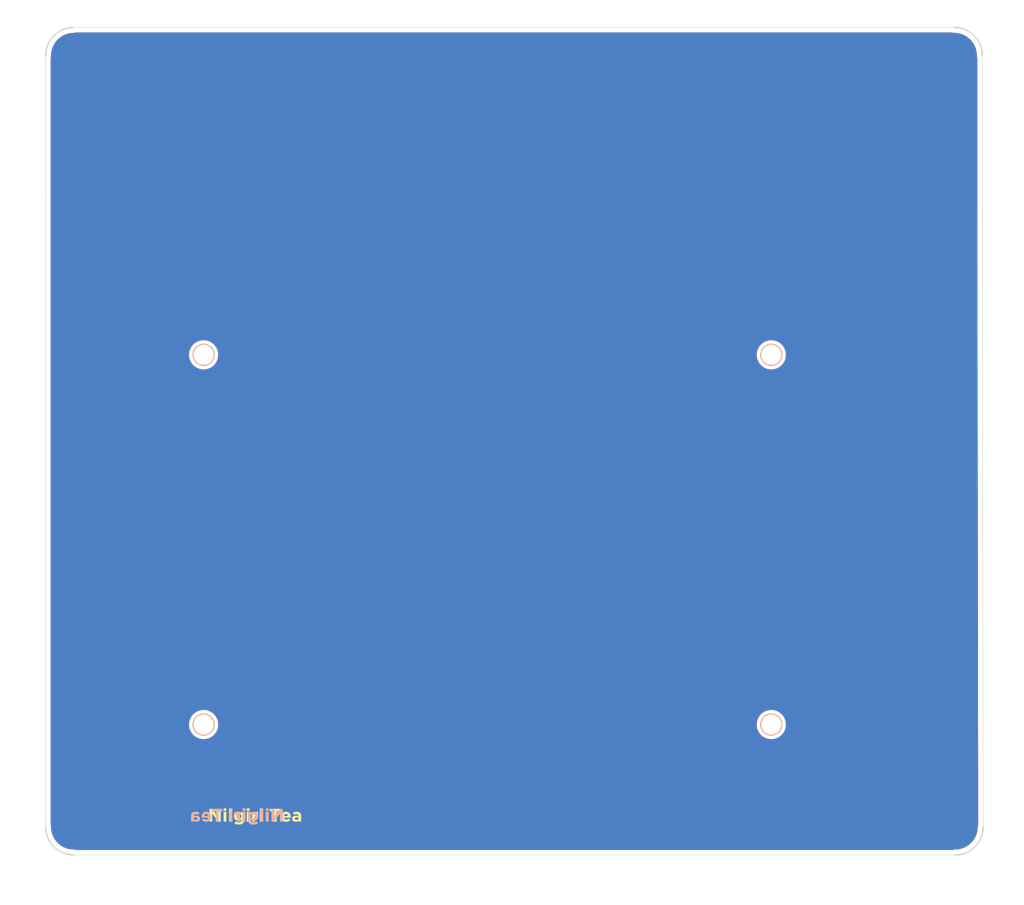
<source format=kicad_pcb>
(kicad_pcb (version 20171130) (host pcbnew "(5.1.4-0-10_14)")

  (general
    (thickness 1.6)
    (drawings 38)
    (tracks 0)
    (zones 0)
    (modules 6)
    (nets 1)
  )

  (page A4)
  (layers
    (0 F.Cu signal)
    (31 B.Cu signal)
    (32 B.Adhes user hide)
    (33 F.Adhes user hide)
    (34 B.Paste user)
    (35 F.Paste user hide)
    (36 B.SilkS user)
    (37 F.SilkS user)
    (38 B.Mask user)
    (39 F.Mask user)
    (40 Dwgs.User user hide)
    (41 Cmts.User user hide)
    (42 Eco1.User user hide)
    (43 Eco2.User user hide)
    (44 Edge.Cuts user)
    (45 Margin user hide)
    (46 B.CrtYd user hide)
    (47 F.CrtYd user hide)
    (48 B.Fab user hide)
    (49 F.Fab user hide)
  )

  (setup
    (last_trace_width 0.25)
    (user_trace_width 0.5)
    (trace_clearance 0.2)
    (zone_clearance 0.508)
    (zone_45_only yes)
    (trace_min 0.1)
    (via_size 0.8)
    (via_drill 0.4)
    (via_min_size 0.4)
    (via_min_drill 0.3)
    (uvia_size 0.3)
    (uvia_drill 0.1)
    (uvias_allowed no)
    (uvia_min_size 0.2)
    (uvia_min_drill 0.1)
    (edge_width 0.05)
    (segment_width 0.2)
    (pcb_text_width 0.3)
    (pcb_text_size 1.5 1.5)
    (mod_edge_width 0.12)
    (mod_text_size 1 1)
    (mod_text_width 0.15)
    (pad_size 1.8 1.8)
    (pad_drill 0.9)
    (pad_to_mask_clearance 0.051)
    (solder_mask_min_width 0.25)
    (aux_axis_origin 0 0)
    (visible_elements FFFFEF7F)
    (pcbplotparams
      (layerselection 0x010f0_ffffffff)
      (usegerberextensions true)
      (usegerberattributes false)
      (usegerberadvancedattributes false)
      (creategerberjobfile false)
      (excludeedgelayer true)
      (linewidth 0.100000)
      (plotframeref false)
      (viasonmask false)
      (mode 1)
      (useauxorigin false)
      (hpglpennumber 1)
      (hpglpenspeed 20)
      (hpglpendiameter 15.000000)
      (psnegative false)
      (psa4output false)
      (plotreference true)
      (plotvalue true)
      (plotinvisibletext false)
      (padsonsilk false)
      (subtractmaskfromsilk false)
      (outputformat 1)
      (mirror false)
      (drillshape 0)
      (scaleselection 1)
      (outputdirectory "gerber/PM-back/"))
  )

  (net 0 "")

  (net_class Default "これはデフォルトのネット クラスです。"
    (clearance 0.2)
    (trace_width 0.25)
    (via_dia 0.8)
    (via_drill 0.4)
    (uvia_dia 0.3)
    (uvia_drill 0.1)
  )

  (module nilgiri:nil_logo (layer F.Cu) (tedit 5DB700CF) (tstamp 5E813820)
    (at 106.807 120.142)
    (path /5DBCB9AA)
    (fp_text reference H99 (at -0.03 0.52) (layer F.SilkS) hide
      (effects (font (size 1 1) (thickness 0.15)))
    )
    (fp_text value MountingHole (at -0.03 -0.48) (layer F.Fab)
      (effects (font (size 1 1) (thickness 0.15)))
    )
    (fp_line (start -1.984 -0.8431) (end -1.984 0.509616) (layer F.SilkS) (width 0.01))
    (fp_curve (pts (xy 0.227234 -0.05848) (xy 0.227234 -0.05848) (xy 0.227234 -0.062442) (xy 0.227234 -0.062442)) (layer F.SilkS) (width 0.01))
    (fp_curve (pts (xy 0.227234 -0.062442) (xy 0.227234 -0.203519) (xy 0.116991 -0.302048) (xy -0.02598 -0.302048)) (layer F.SilkS) (width 0.01))
    (fp_line (start -2.237043 0.509616) (end -2.892128 -0.35028) (layer F.SilkS) (width 0.01))
    (fp_line (start -2.277695 -0.010249) (end -2.277695 -0.8431) (layer F.SilkS) (width 0.01))
    (fp_line (start -1.984 0.509616) (end -2.237043 0.509616) (layer F.SilkS) (width 0.01))
    (fp_line (start 1.086441 0.509616) (end 0.792574 0.509616) (layer F.SilkS) (width 0.01))
    (fp_line (start 0.792574 0.509616) (end 0.792574 -0.526152) (layer F.SilkS) (width 0.01))
    (fp_curve (pts (xy -0.02598 -0.302048) (xy -0.168952 -0.302048) (xy -0.277128 -0.203519) (xy -0.277128 -0.062442)) (layer F.SilkS) (width 0.01))
    (fp_curve (pts (xy -0.277128 -0.062442) (xy -0.277128 -0.062442) (xy -0.277128 -0.05848) (xy -0.277128 -0.05848)) (layer F.SilkS) (width 0.01))
    (fp_curve (pts (xy -0.277128 -0.05848) (xy -0.277128 0.084491) (xy -0.168952 0.181126) (xy -0.02598 0.181126)) (layer F.SilkS) (width 0.01))
    (fp_line (start -2.892128 -0.35028) (end -2.892128 0.509616) (layer F.SilkS) (width 0.01))
    (fp_line (start -2.892128 0.509616) (end -3.185994 0.509616) (layer F.SilkS) (width 0.01))
    (fp_line (start -1.677559 -0.526152) (end -1.383693 -0.526152) (layer F.SilkS) (width 0.01))
    (fp_line (start -1.383693 -0.526152) (end -1.383693 0.509616) (layer F.SilkS) (width 0.01))
    (fp_line (start -1.383693 0.509616) (end -1.677559 0.509616) (layer F.SilkS) (width 0.01))
    (fp_curve (pts (xy -0.110902 0.424522) (xy -0.352575 0.424522) (xy -0.570822 0.24865) (xy -0.570822 -0.05848)) (layer F.SilkS) (width 0.01))
    (fp_curve (pts (xy -0.570822 -0.05848) (xy -0.570822 -0.05848) (xy -0.570822 -0.062442) (xy -0.570822 -0.062442)) (layer F.SilkS) (width 0.01))
    (fp_curve (pts (xy -0.570822 -0.062442) (xy -0.570822 -0.371639) (xy -0.348614 -0.545444) (xy -0.110902 -0.545444)) (layer F.SilkS) (width 0.01))
    (fp_curve (pts (xy -0.110902 -0.545444) (xy 0.049467 -0.545444) (xy 0.144207 -0.47792) (xy 0.223445 -0.390932)) (layer F.SilkS) (width 0.01))
    (fp_curve (pts (xy 0.223445 -0.390932) (xy 0.223445 -0.390932) (xy 0.223445 -0.526152) (xy 0.223445 -0.526152)) (layer F.SilkS) (width 0.01))
    (fp_curve (pts (xy 0.223445 -0.526152) (xy 0.223445 -0.526152) (xy 0.517139 -0.526152) (xy 0.517139 -0.526152)) (layer F.SilkS) (width 0.01))
    (fp_curve (pts (xy 0.517139 -0.526152) (xy 0.517139 -0.526152) (xy 0.517139 0.275867) (xy 0.517139 0.275867)) (layer F.SilkS) (width 0.01))
    (fp_curve (pts (xy 0.517139 0.275867) (xy 0.517139 0.461385) (xy 0.472697 0.596605) (xy 0.385709 0.683594)) (layer F.SilkS) (width 0.01))
    (fp_curve (pts (xy 0.385709 0.683594) (xy 0.289074 0.780229) (xy 0.140245 0.822603) (xy -0.060776 0.822603)) (layer F.SilkS) (width 0.01))
    (fp_curve (pts (xy -0.060776 0.822603) (xy -0.228897 0.822603) (xy -0.387371 0.784018) (xy -0.518629 0.714427)) (layer F.SilkS) (width 0.01))
    (fp_line (start -1.677559 0.509616) (end -1.677559 -0.526152) (layer F.SilkS) (width 0.01))
    (fp_line (start -1.094304 -0.90115) (end -0.800438 -0.90115) (layer F.SilkS) (width 0.01))
    (fp_line (start -0.800438 -0.90115) (end -0.800438 0.509616) (layer F.SilkS) (width 0.01))
    (fp_line (start -0.800438 0.509616) (end -1.094304 0.509616) (layer F.SilkS) (width 0.01))
    (fp_line (start -1.094304 0.509616) (end -1.094304 -0.90115) (layer F.SilkS) (width 0.01))
    (fp_curve (pts (xy -0.518629 0.714427) (xy -0.518629 0.714427) (xy -0.418205 0.494113) (xy -0.418205 0.494113)) (layer F.SilkS) (width 0.01))
    (fp_curve (pts (xy -0.418205 0.494113) (xy -0.311923 0.554058) (xy -0.205642 0.588853) (xy -0.068355 0.588853)) (layer F.SilkS) (width 0.01))
    (fp_curve (pts (xy -0.068355 0.588853) (xy 0.132494 0.588853) (xy 0.227234 0.492219) (xy 0.227234 0.3067)) (layer F.SilkS) (width 0.01))
    (fp_curve (pts (xy 0.227234 0.3067) (xy 0.227234 0.3067) (xy 0.227234 0.256402) (xy 0.227234 0.256402)) (layer F.SilkS) (width 0.01))
    (fp_curve (pts (xy 0.227234 0.256402) (xy 0.140245 0.360788) (xy 0.045505 0.424522) (xy -0.110902 0.424522)) (layer F.SilkS) (width 0.01))
    (fp_curve (pts (xy -0.02598 0.181126) (xy 0.116991 0.181126) (xy 0.227234 0.082597) (xy 0.227234 -0.05848)) (layer F.SilkS) (width 0.01))
    (fp_line (start 0.784995 -0.90115) (end 1.094192 -0.90115) (layer F.SilkS) (width 0.01))
    (fp_line (start 1.094192 -0.90115) (end 1.094192 -0.640184) (layer F.SilkS) (width 0.01))
    (fp_line (start 1.094192 -0.640184) (end 0.784995 -0.640184) (layer F.SilkS) (width 0.01))
    (fp_curve (pts (xy 1.362393 -0.526152) (xy 1.362393 -0.526152) (xy 1.656087 -0.526152) (xy 1.656087 -0.526152)) (layer F.SilkS) (width 0.01))
    (fp_curve (pts (xy 1.656087 -0.526152) (xy 1.656087 -0.526152) (xy 1.656087 -0.317551) (xy 1.656087 -0.317551)) (layer F.SilkS) (width 0.01))
    (fp_line (start 0.784995 -0.640184) (end 0.784995 -0.90115) (layer F.SilkS) (width 0.01))
    (fp_line (start 0.792574 -0.526152) (end 1.086441 -0.526152) (layer F.SilkS) (width 0.01))
    (fp_line (start 1.086441 -0.526152) (end 1.086441 0.509616) (layer F.SilkS) (width 0.01))
    (fp_line (start -3.185994 -0.8431) (end -2.911592 -0.8431) (layer F.SilkS) (width 0.01))
    (fp_line (start -2.911592 -0.8431) (end -2.277695 -0.010249) (layer F.SilkS) (width 0.01))
    (fp_line (start -2.277695 -0.8431) (end -1.984 -0.8431) (layer F.SilkS) (width 0.01))
    (fp_line (start -3.185994 0.509616) (end -3.185994 -0.8431) (layer F.SilkS) (width 0.01))
    (fp_curve (pts (xy 1.656087 -0.317551) (xy 1.716032 -0.460523) (xy 1.812667 -0.553196) (xy 1.986644 -0.545444)) (layer F.SilkS) (width 0.01))
    (fp_curve (pts (xy 1.986644 -0.545444) (xy 1.986644 -0.545444) (xy 1.986644 -0.238314) (xy 1.986644 -0.238314)) (layer F.SilkS) (width 0.01))
    (fp_curve (pts (xy 1.986644 -0.238314) (xy 1.986644 -0.238314) (xy 1.971141 -0.238314) (xy 1.971141 -0.238314)) (layer F.SilkS) (width 0.01))
    (fp_curve (pts (xy 1.971141 -0.238314) (xy 1.775977 -0.238314) (xy 1.656087 -0.120319) (xy 1.656087 0.127038)) (layer F.SilkS) (width 0.01))
    (fp_curve (pts (xy 1.656087 0.127038) (xy 1.656087 0.127038) (xy 1.656087 0.509616) (xy 1.656087 0.509616)) (layer F.SilkS) (width 0.01))
    (fp_curve (pts (xy 1.656087 0.509616) (xy 1.656087 0.509616) (xy 1.362393 0.509616) (xy 1.362393 0.509616)) (layer F.SilkS) (width 0.01))
    (fp_curve (pts (xy 1.362393 0.509616) (xy 1.362393 0.509616) (xy 1.362393 -0.526152) (xy 1.362393 -0.526152)) (layer F.SilkS) (width 0.01))
    (fp_line (start 2.175608 -0.90115) (end 2.484805 -0.90115) (layer F.SilkS) (width 0.01))
    (fp_line (start 2.484805 -0.90115) (end 2.484805 -0.640184) (layer F.SilkS) (width 0.01))
    (fp_line (start 2.484805 -0.640184) (end 2.175608 -0.640184) (layer F.SilkS) (width 0.01))
    (fp_line (start 2.175608 -0.640184) (end 2.175608 -0.90115) (layer F.SilkS) (width 0.01))
    (fp_line (start 2.183187 -0.526152) (end 2.477054 -0.526152) (layer F.SilkS) (width 0.01))
    (fp_line (start 2.477054 -0.526152) (end 2.477054 0.509616) (layer F.SilkS) (width 0.01))
    (fp_line (start 2.477054 0.509616) (end 2.183187 0.509616) (layer F.SilkS) (width 0.01))
    (fp_line (start 2.183187 0.509616) (end 2.183187 -0.526152) (layer F.SilkS) (width 0.01))
    (fp_line (start 3.678359 -0.568699) (end 3.26667 -0.568699) (layer F.SilkS) (width 0.01))
    (fp_line (start 3.26667 -0.568699) (end 3.26667 -0.8431) (layer F.SilkS) (width 0.01))
    (fp_line (start 3.26667 -0.8431) (end 4.387531 -0.8431) (layer F.SilkS) (width 0.01))
    (fp_line (start 4.387531 -0.8431) (end 4.387531 -0.568699) (layer F.SilkS) (width 0.01))
    (fp_line (start 4.387531 -0.568699) (end 3.976015 -0.568699) (layer F.SilkS) (width 0.01))
    (fp_line (start 3.976015 -0.568699) (end 3.976015 0.509616) (layer F.SilkS) (width 0.01))
    (fp_line (start 3.976015 0.509616) (end 3.678359 0.509616) (layer F.SilkS) (width 0.01))
    (fp_line (start 3.678359 0.509616) (end 3.678359 -0.568699) (layer F.SilkS) (width 0.01))
    (fp_curve (pts (xy 4.463776 -0.002497) (xy 4.463776 -0.002497) (xy 4.463776 -0.006287) (xy 4.463776 -0.006287)) (layer F.SilkS) (width 0.01))
    (fp_curve (pts (xy 4.463776 -0.006287) (xy 4.463776 -0.302048) (xy 4.674443 -0.545444) (xy 4.975889 -0.545444)) (layer F.SilkS) (width 0.01))
    (fp_curve (pts (xy 4.975889 -0.545444) (xy 5.321777 -0.545444) (xy 5.480251 -0.276899) (xy 5.480251 0.016795)) (layer F.SilkS) (width 0.01))
    (fp_curve (pts (xy 5.480251 0.016795) (xy 5.480251 0.04005) (xy 5.478356 0.067094) (xy 5.476462 0.094138)) (layer F.SilkS) (width 0.01))
    (fp_curve (pts (xy 5.476462 0.094138) (xy 5.476462 0.094138) (xy 4.755575 0.094138) (xy 4.755575 0.094138)) (layer F.SilkS) (width 0.01))
    (fp_curve (pts (xy 4.755575 0.094138) (xy 4.784686 0.227463) (xy 4.877359 0.297054) (xy 5.00879 0.297054)) (layer F.SilkS) (width 0.01))
    (fp_curve (pts (xy 5.00879 0.297054) (xy 5.10732 0.297054) (xy 5.178805 0.266048) (xy 5.259937 0.190773)) (layer F.SilkS) (width 0.01))
    (fp_curve (pts (xy 5.259937 0.190773) (xy 5.259937 0.190773) (xy 5.428058 0.339601) (xy 5.428058 0.339601)) (layer F.SilkS) (width 0.01))
    (fp_curve (pts (xy 5.428058 0.339601) (xy 5.331423 0.459318) (xy 5.192413 0.532871) (xy 5.004828 0.532871)) (layer F.SilkS) (width 0.01))
    (fp_curve (pts (xy 5.004828 0.532871) (xy 4.693736 0.532871) (xy 4.463776 0.314452) (xy 4.463776 -0.002497)) (layer F.SilkS) (width 0.01))
    (fp_curve (pts (xy 5.194308 -0.089486) (xy 5.176911 -0.220916) (xy 5.099568 -0.3098) (xy 4.975889 -0.3098)) (layer F.SilkS) (width 0.01))
    (fp_curve (pts (xy 4.975889 -0.3098) (xy 4.854105 -0.3098) (xy 4.774868 -0.222811) (xy 4.751786 -0.089486)) (layer F.SilkS) (width 0.01))
    (fp_curve (pts (xy 4.751786 -0.089486) (xy 4.751786 -0.089486) (xy 5.194308 -0.089486) (xy 5.194308 -0.089486)) (layer F.SilkS) (width 0.01))
    (fp_curve (pts (xy 5.636142 0.21196) (xy 5.636142 0.21196) (xy 5.636142 0.20817) (xy 5.636142 0.20817)) (layer F.SilkS) (width 0.01))
    (fp_curve (pts (xy 5.636142 0.20817) (xy 5.636142 -0.018) (xy 5.808052 -0.122387) (xy 6.053515 -0.122387)) (layer F.SilkS) (width 0.01))
    (fp_curve (pts (xy 6.053515 -0.122387) (xy 6.157901 -0.122387) (xy 6.233177 -0.104989) (xy 6.30673 -0.07984)) (layer F.SilkS) (width 0.01))
    (fp_curve (pts (xy 6.30673 -0.07984) (xy 6.30673 -0.07984) (xy 6.30673 -0.097237) (xy 6.30673 -0.097237)) (layer F.SilkS) (width 0.01))
    (fp_curve (pts (xy 6.30673 -0.097237) (xy 6.30673 -0.218849) (xy 6.231282 -0.286545) (xy 6.084521 -0.286545)) (layer F.SilkS) (width 0.01))
    (fp_curve (pts (xy 6.084521 -0.286545) (xy 5.972383 -0.286545) (xy 5.893146 -0.265358) (xy 5.798406 -0.230563)) (layer F.SilkS) (width 0.01))
    (fp_curve (pts (xy 5.798406 -0.230563) (xy 5.798406 -0.230563) (xy 5.725025 -0.454666) (xy 5.725025 -0.454666)) (layer F.SilkS) (width 0.01))
    (fp_curve (pts (xy 5.725025 -0.454666) (xy 5.839058 -0.504964) (xy 5.951196 -0.537865) (xy 6.126896 -0.537865)) (layer F.SilkS) (width 0.01))
    (fp_curve (pts (xy 6.126896 -0.537865) (xy 6.287437 -0.537865) (xy 6.403364 -0.495318) (xy 6.476745 -0.421765)) (layer F.SilkS) (width 0.01))
    (fp_curve (pts (xy 6.476745 -0.421765) (xy 6.554087 -0.344595) (xy 6.588883 -0.230563) (xy 6.588883 -0.091381)) (layer F.SilkS) (width 0.01))
    (fp_curve (pts (xy 6.588883 -0.091381) (xy 6.588883 -0.091381) (xy 6.588883 0.509616) (xy 6.588883 0.509616)) (layer F.SilkS) (width 0.01))
    (fp_curve (pts (xy 6.588883 0.509616) (xy 6.588883 0.509616) (xy 6.304835 0.509616) (xy 6.304835 0.509616)) (layer F.SilkS) (width 0.01))
    (fp_curve (pts (xy 6.304835 0.509616) (xy 6.304835 0.509616) (xy 6.304835 0.397478) (xy 6.304835 0.397478)) (layer F.SilkS) (width 0.01))
    (fp_curve (pts (xy 6.304835 0.397478) (xy 6.233177 0.476716) (xy 6.134647 0.528909) (xy 5.991676 0.528909)) (layer F.SilkS) (width 0.01))
    (fp_curve (pts (xy 5.991676 0.528909) (xy 5.796511 0.528909) (xy 5.636142 0.416943) (xy 5.636142 0.21196)) (layer F.SilkS) (width 0.01))
    (fp_curve (pts (xy 6.310519 0.144436) (xy 6.310519 0.144436) (xy 6.310519 0.092243) (xy 6.310519 0.092243)) (layer F.SilkS) (width 0.01))
    (fp_curve (pts (xy 6.310519 0.092243) (xy 6.260393 0.068989) (xy 6.194592 0.053486) (xy 6.123106 0.053486)) (layer F.SilkS) (width 0.01))
    (fp_curve (pts (xy 6.123106 0.053486) (xy 5.997532 0.053486) (xy 5.92019 0.103784) (xy 5.92019 0.196629)) (layer F.SilkS) (width 0.01))
    (fp_curve (pts (xy 5.92019 0.196629) (xy 5.92019 0.196629) (xy 5.92019 0.200419) (xy 5.92019 0.200419)) (layer F.SilkS) (width 0.01))
    (fp_curve (pts (xy 5.92019 0.200419) (xy 5.92019 0.279656) (xy 5.985819 0.325993) (xy 6.080559 0.325993)) (layer F.SilkS) (width 0.01))
    (fp_curve (pts (xy 6.080559 0.325993) (xy 6.217846 0.325993) (xy 6.310519 0.250717) (xy 6.310519 0.144436)) (layer F.SilkS) (width 0.01))
    (fp_poly (pts (xy -5.04116 -0.839211) (xy -4.790533 -0.839211) (xy -4.706497 0.50957) (xy -5.125377 0.50957)) (layer F.Mask) (width 0))
    (fp_poly (pts (xy -4.691232 -1.176449) (xy -4.363847 -1.176449) (xy -4.363847 0.172253) (xy -4.607195 0.172253)) (layer F.Mask) (width 0))
    (fp_poly (pts (xy -4.259394 -0.839205) (xy -3.987174 -0.839205) (xy -3.987174 0.509588) (xy -4.259394 0.509588)) (layer F.Mask) (width 0))
    (fp_poly (pts (xy -3.860764 -0.839205) (xy -3.597438 -0.839205) (xy -3.513218 0.509588) (xy -3.860764 0.509588)) (layer F.Mask) (width 0))
    (fp_poly (pts (xy -3.185994 -0.8431) (xy -2.911592 -0.8431) (xy -2.277695 -0.010249) (xy -2.277695 -0.8431)
      (xy -1.984 -0.8431) (xy -1.984 0.509616) (xy -2.237043 0.509616) (xy -2.892128 -0.35028)
      (xy -2.892128 0.509616) (xy -3.185994 0.509616)) (layer F.SilkS) (width 0))
    (fp_poly (pts (xy -1.685138 -0.90115) (xy -1.375941 -0.90115) (xy -1.375941 -0.640184) (xy -1.685138 -0.640184)) (layer F.SilkS) (width 0))
    (fp_poly (pts (xy -1.677559 -0.526152) (xy -1.383693 -0.526152) (xy -1.383693 0.509616) (xy -1.677559 0.509616)) (layer F.SilkS) (width 0))
    (fp_poly (pts (xy -1.094304 0.509616) (xy -0.800438 0.509616) (xy -0.800438 -0.90115) (xy -1.094304 -0.90115)) (layer F.SilkS) (width 0))
    (fp_poly (pts (xy 0.23 -0.06) (xy 0.22 -0.14) (xy 0.18 -0.21) (xy 0.13 -0.26)
      (xy 0.07 -0.29) (xy 0.01 -0.3) (xy -0.02598 -0.302048) (xy -0.11 -0.29)
      (xy -0.18 -0.26) (xy -0.22 -0.22) (xy -0.25 -0.17) (xy -0.27 -0.12)
      (xy -0.277128 -0.05848) (xy -0.27 -0.01) (xy -0.56 0.04) (xy -0.57 -0.02)
      (xy -0.570822 -0.05848) (xy -0.57 -0.13) (xy -0.55 -0.22) (xy -0.51 -0.32)
      (xy -0.45 -0.4) (xy -0.4 -0.45) (xy -0.34 -0.49) (xy -0.27 -0.52)
      (xy -0.19 -0.54) (xy -0.110902 -0.545444) (xy -0.03 -0.54) (xy 0.02 -0.53)
      (xy 0.09 -0.5) (xy 0.14 -0.47) (xy 0.2 -0.42) (xy 0.23 -0.39)
      (xy 0.23 -0.53) (xy 0.52 -0.53) (xy 0.52 0.29) (xy 0.51 0.42)
      (xy 0.49 0.52) (xy 0.47 0.57) (xy 0.45 0.6) (xy 0.41 0.67)
      (xy 0.34 0.73) (xy 0.3 0.75) (xy 0.24 0.78) (xy 0.18 0.8)
      (xy 0.12 0.81) (xy 0.03 0.82) (xy -0.060776 0.822603) (xy -0.14 0.82)
      (xy -0.23 0.81) (xy -0.3 0.8) (xy -0.4 0.77) (xy -0.47 0.74)
      (xy -0.518629 0.714427) (xy -0.418205 0.494113) (xy -0.35 0.53) (xy -0.3 0.55)
      (xy -0.23 0.57) (xy -0.17 0.58) (xy -0.068355 0.588853) (xy 0.03 0.58)
      (xy 0.09 0.56) (xy 0.15 0.52) (xy 0.19 0.47) (xy 0.21 0.42)
      (xy 0.23 0.34) (xy 0.227234 0.256402) (xy 0.2 0.06) (xy 0.22 0.01)) (layer F.SilkS) (width 0))
    (fp_poly (pts (xy -0.56 0.04) (xy -0.55 0.1) (xy -0.53 0.16) (xy -0.49 0.23)
      (xy -0.45 0.28) (xy -0.4 0.33) (xy -0.35 0.36) (xy -0.27 0.4)
      (xy -0.17 0.42) (xy -0.110902 0.424522) (xy -0.04 0.42) (xy 0.04 0.4)
      (xy 0.12 0.36) (xy 0.17 0.32) (xy 0.24 0.25) (xy 0.21 0.04)
      (xy 0.16 0.11) (xy 0.1 0.15) (xy 0.05 0.17) (xy -0.01 0.18)
      (xy -0.11 0.17) (xy -0.19 0.13) (xy -0.24 0.07) (xy -0.27 0.02)
      (xy -0.28 -0.02)) (layer F.SilkS) (width 0))
    (fp_poly (pts (xy 0.792574 -0.526152) (xy 1.08644 -0.526152) (xy 1.08644 0.509616) (xy 0.792574 0.509616)) (layer F.SilkS) (width 0))
    (fp_poly (pts (xy 0.784995 -0.90115) (xy 1.094192 -0.90115) (xy 1.094192 -0.640184) (xy 0.784995 -0.640184)) (layer F.SilkS) (width 0))
    (fp_line (start 0.792574 0.509616) (end 0.792574 -0.526152) (layer F.SilkS) (width 0.01))
    (fp_line (start 1.08644 0.509616) (end 0.792574 0.509616) (layer F.SilkS) (width 0.01))
    (fp_line (start 1.08644 -0.526152) (end 1.08644 0.509616) (layer F.SilkS) (width 0.01))
    (fp_line (start 0.792574 -0.526152) (end 1.08644 -0.526152) (layer F.SilkS) (width 0.01))
    (fp_poly (pts (xy 2.183187 -0.526152) (xy 2.477053 -0.526152) (xy 2.477053 0.509616) (xy 2.183187 0.509616)) (layer F.SilkS) (width 0))
    (fp_poly (pts (xy 2.175608 -0.90115) (xy 2.484805 -0.90115) (xy 2.484805 -0.640184) (xy 2.175608 -0.640184)) (layer F.SilkS) (width 0))
    (fp_line (start 2.183187 0.509616) (end 2.183187 -0.526152) (layer F.SilkS) (width 0.01))
    (fp_line (start 2.477053 0.509616) (end 2.183187 0.509616) (layer F.SilkS) (width 0.01))
    (fp_line (start 2.477053 -0.526152) (end 2.477053 0.509616) (layer F.SilkS) (width 0.01))
    (fp_line (start 2.183187 -0.526152) (end 2.477053 -0.526152) (layer F.SilkS) (width 0.01))
    (fp_poly (pts (xy 1.67 -0.35) (xy 1.69 -0.39) (xy 1.74 -0.46) (xy 1.8 -0.5)
      (xy 1.85 -0.53) (xy 1.92 -0.54) (xy 1.99 -0.54) (xy 1.986644 -0.238314)
      (xy 1.93 -0.24) (xy 1.85 -0.22) (xy 1.77 -0.18) (xy 1.7 -0.1)
      (xy 1.67 0) (xy 1.66 0.1) (xy 1.656087 0.509616) (xy 1.362393 0.509616)
      (xy 1.362393 -0.526152) (xy 1.656087 -0.526152) (xy 1.66 -0.33)) (layer F.SilkS) (width 0))
    (fp_poly (pts (xy 3.678359 -0.568699) (xy 3.976015 -0.568699) (xy 3.976015 0.509616) (xy 3.678359 0.509616)) (layer F.SilkS) (width 0))
    (fp_poly (pts (xy 3.26667 -0.568699) (xy 3.26667 -0.8431) (xy 4.387531 -0.8431) (xy 4.387531 -0.568699)) (layer F.SilkS) (width 0))
    (fp_poly (pts (xy 4.975889 -0.545444) (xy 4.89 -0.54) (xy 4.8 -0.52) (xy 4.67 -0.45)
      (xy 4.58 -0.36) (xy 4.52 -0.26) (xy 4.48 -0.16) (xy 4.463776 -0.002497)
      (xy 4.47 0.1) (xy 4.5 0.21) (xy 4.54 0.29) (xy 4.61 0.38)
      (xy 4.7 0.45) (xy 4.81 0.5) (xy 4.92 0.53) (xy 5.004828 0.532871)
      (xy 5.14 0.52) (xy 5.24 0.49) (xy 5.34 0.43) (xy 5.428058 0.339601)
      (xy 5.259937 0.190773) (xy 5.17 0.26) (xy 5.09 0.29) (xy 5.00879 0.297054)
      (xy 4.93 0.29) (xy 4.85 0.25) (xy 4.8 0.2) (xy 4.77 0.14)
      (xy 4.755575 0.094138) (xy 5.476462 0.094138) (xy 5.48 0.01) (xy 5.47 -0.12)
      (xy 5.45 -0.21) (xy 5.38 -0.35) (xy 5.194308 -0.089486) (xy 4.751786 -0.089486)
      (xy 4.78 -0.18) (xy 4.82 -0.24) (xy 4.87 -0.28) (xy 4.91 -0.3)
      (xy 4.975889 -0.3098) (xy 5.05 -0.3) (xy 5.12 -0.26) (xy 5.17 -0.19)
      (xy 5.37 -0.36) (xy 5.32 -0.42) (xy 5.24 -0.48) (xy 5.17 -0.51)
      (xy 5.11 -0.53) (xy 5.03 -0.54)) (layer F.SilkS) (width 0))
    (fp_poly (pts (xy 5.17 -0.19) (xy 5.18 -0.16) (xy 5.2 -0.08) (xy 5.38 -0.34)
      (xy 5.36 -0.37)) (layer F.SilkS) (width 0))
    (fp_poly (pts (xy 6.304835 0.397478) (xy 6.26 0.44) (xy 6.16 0.5) (xy 6.03 0.53)
      (xy 5.97 0.53) (xy 5.88 0.52) (xy 5.8 0.49) (xy 5.74 0.45)
      (xy 5.69 0.39) (xy 5.65 0.32) (xy 5.64 0.23) (xy 5.64 0.17)
      (xy 5.66 0.07) (xy 5.71 -0.01) (xy 5.78 -0.06) (xy 5.85 -0.09)
      (xy 5.91 -0.11) (xy 5.99 -0.12) (xy 6.053515 -0.122387) (xy 6.14 -0.12)
      (xy 6.24 -0.1) (xy 6.30673 -0.07984) (xy 6.36 -0.05) (xy 6.38 0.12)
      (xy 6.310519 0.092243) (xy 6.22 0.06) (xy 6.123106 0.053486) (xy 6.05 0.06)
      (xy 5.99 0.08) (xy 5.94 0.12) (xy 5.92 0.18) (xy 5.92 0.21)
      (xy 5.94 0.27) (xy 5.97 0.3) (xy 6.02 0.32) (xy 6.080559 0.325993)
      (xy 6.15 0.32) (xy 6.19 0.31) (xy 6.23 0.29) (xy 6.25 0.27)
      (xy 6.29 0.23) (xy 6.31 0.17) (xy 6.310519 0.144436) (xy 6.38 0.16)
      (xy 6.38 0.4)) (layer F.SilkS) (width 0))
    (fp_poly (pts (xy 6.31 0.08) (xy 6.304835 0.509616) (xy 6.59 0.51) (xy 6.59 -0.12)
      (xy 6.58 -0.2) (xy 6.56 -0.29) (xy 6.53 -0.36) (xy 6.47 -0.43)
      (xy 6.41 -0.47) (xy 6.33 -0.51) (xy 6.25 -0.53) (xy 6.17 -0.54)
      (xy 6.126896 -0.537865) (xy 5.98 -0.53) (xy 5.84 -0.5) (xy 5.725025 -0.454666)
      (xy 5.798406 -0.230563) (xy 5.86 -0.25) (xy 5.97 -0.28) (xy 6.084521 -0.286545)
      (xy 6.17 -0.28) (xy 6.25 -0.24) (xy 6.29 -0.19) (xy 6.3 -0.15)
      (xy 6.31 -0.07)) (layer F.SilkS) (width 0))
  )

  (module nilgiri:M2_vis (layer F.Cu) (tedit 5DB6CAA6) (tstamp 5DB7B21F)
    (at 102.997 110.3028)
    (path /5DB4B5D0)
    (fp_text reference H6 (at 0 2) (layer F.SilkS) hide
      (effects (font (size 1 1) (thickness 0.15)))
    )
    (fp_text value MountingHole (at 0 -2.25) (layer F.Fab) hide
      (effects (font (size 1 1) (thickness 0.15)))
    )
    (fp_circle (center 0 0) (end 2 0) (layer B.CrtYd) (width 0.12))
    (fp_circle (center 0 0) (end 2 0) (layer F.CrtYd) (width 0.12))
    (fp_circle (center 0 0) (end 1 0) (layer F.SilkS) (width 0.4))
    (fp_circle (center 0 0) (end 1 0) (layer B.SilkS) (width 0.4))
    (pad "" np_thru_hole circle (at 0 0) (size 2.1 2.1) (drill 2.1) (layers *.Cu *.Mask))
  )

  (module nilgiri:M2_vis (layer F.Cu) (tedit 5DB6CAA6) (tstamp 5E6B7A62)
    (at 102.997 70.866)
    (path /5DB4C3DF)
    (fp_text reference H5 (at 0 2) (layer F.SilkS) hide
      (effects (font (size 1 1) (thickness 0.15)))
    )
    (fp_text value MountingHole (at 0 -2.25) (layer F.Fab) hide
      (effects (font (size 1 1) (thickness 0.15)))
    )
    (fp_circle (center 0 0) (end 2 0) (layer B.CrtYd) (width 0.12))
    (fp_circle (center 0 0) (end 2 0) (layer F.CrtYd) (width 0.12))
    (fp_circle (center 0 0) (end 1 0) (layer F.SilkS) (width 0.4))
    (fp_circle (center 0 0) (end 1 0) (layer B.SilkS) (width 0.4))
    (pad "" np_thru_hole circle (at 0 0) (size 2.1 2.1) (drill 2.1) (layers *.Cu *.Mask))
  )

  (module nilgiri:nil_logo (layer B.Cu) (tedit 5DB700CF) (tstamp 5E8149F8)
    (at 108.2548 120.142 180)
    (path /5DBCB9AA)
    (fp_text reference H99 (at -0.03 -0.52) (layer B.SilkS) hide
      (effects (font (size 1 1) (thickness 0.15)) (justify mirror))
    )
    (fp_text value MountingHole (at -0.03 0.48) (layer B.Fab)
      (effects (font (size 1 1) (thickness 0.15)) (justify mirror))
    )
    (fp_poly (pts (xy 6.31 -0.08) (xy 6.304835 -0.509616) (xy 6.59 -0.51) (xy 6.59 0.12)
      (xy 6.58 0.2) (xy 6.56 0.29) (xy 6.53 0.36) (xy 6.47 0.43)
      (xy 6.41 0.47) (xy 6.33 0.51) (xy 6.25 0.53) (xy 6.17 0.54)
      (xy 6.126896 0.537865) (xy 5.98 0.53) (xy 5.84 0.5) (xy 5.725025 0.454666)
      (xy 5.798406 0.230563) (xy 5.86 0.25) (xy 5.97 0.28) (xy 6.084521 0.286545)
      (xy 6.17 0.28) (xy 6.25 0.24) (xy 6.29 0.19) (xy 6.3 0.15)
      (xy 6.31 0.07)) (layer B.SilkS) (width 0))
    (fp_poly (pts (xy 6.304835 -0.397478) (xy 6.26 -0.44) (xy 6.16 -0.5) (xy 6.03 -0.53)
      (xy 5.97 -0.53) (xy 5.88 -0.52) (xy 5.8 -0.49) (xy 5.74 -0.45)
      (xy 5.69 -0.39) (xy 5.65 -0.32) (xy 5.64 -0.23) (xy 5.64 -0.17)
      (xy 5.66 -0.07) (xy 5.71 0.01) (xy 5.78 0.06) (xy 5.85 0.09)
      (xy 5.91 0.11) (xy 5.99 0.12) (xy 6.053515 0.122387) (xy 6.14 0.12)
      (xy 6.24 0.1) (xy 6.30673 0.07984) (xy 6.36 0.05) (xy 6.38 -0.12)
      (xy 6.310519 -0.092243) (xy 6.22 -0.06) (xy 6.123106 -0.053486) (xy 6.05 -0.06)
      (xy 5.99 -0.08) (xy 5.94 -0.12) (xy 5.92 -0.18) (xy 5.92 -0.21)
      (xy 5.94 -0.27) (xy 5.97 -0.3) (xy 6.02 -0.32) (xy 6.080559 -0.325993)
      (xy 6.15 -0.32) (xy 6.19 -0.31) (xy 6.23 -0.29) (xy 6.25 -0.27)
      (xy 6.29 -0.23) (xy 6.31 -0.17) (xy 6.310519 -0.144436) (xy 6.38 -0.16)
      (xy 6.38 -0.4)) (layer B.SilkS) (width 0))
    (fp_poly (pts (xy 5.17 0.19) (xy 5.18 0.16) (xy 5.2 0.08) (xy 5.38 0.34)
      (xy 5.36 0.37)) (layer B.SilkS) (width 0))
    (fp_poly (pts (xy 4.975889 0.545444) (xy 4.89 0.54) (xy 4.8 0.52) (xy 4.67 0.45)
      (xy 4.58 0.36) (xy 4.52 0.26) (xy 4.48 0.16) (xy 4.463776 0.002497)
      (xy 4.47 -0.1) (xy 4.5 -0.21) (xy 4.54 -0.29) (xy 4.61 -0.38)
      (xy 4.7 -0.45) (xy 4.81 -0.5) (xy 4.92 -0.53) (xy 5.004828 -0.532871)
      (xy 5.14 -0.52) (xy 5.24 -0.49) (xy 5.34 -0.43) (xy 5.428058 -0.339601)
      (xy 5.259937 -0.190773) (xy 5.17 -0.26) (xy 5.09 -0.29) (xy 5.00879 -0.297054)
      (xy 4.93 -0.29) (xy 4.85 -0.25) (xy 4.8 -0.2) (xy 4.77 -0.14)
      (xy 4.755575 -0.094138) (xy 5.476462 -0.094138) (xy 5.48 -0.01) (xy 5.47 0.12)
      (xy 5.45 0.21) (xy 5.38 0.35) (xy 5.194308 0.089486) (xy 4.751786 0.089486)
      (xy 4.78 0.18) (xy 4.82 0.24) (xy 4.87 0.28) (xy 4.91 0.3)
      (xy 4.975889 0.3098) (xy 5.05 0.3) (xy 5.12 0.26) (xy 5.17 0.19)
      (xy 5.37 0.36) (xy 5.32 0.42) (xy 5.24 0.48) (xy 5.17 0.51)
      (xy 5.11 0.53) (xy 5.03 0.54)) (layer B.SilkS) (width 0))
    (fp_poly (pts (xy 3.26667 0.568699) (xy 3.26667 0.8431) (xy 4.387531 0.8431) (xy 4.387531 0.568699)) (layer B.SilkS) (width 0))
    (fp_poly (pts (xy 3.678359 0.568699) (xy 3.976015 0.568699) (xy 3.976015 -0.509616) (xy 3.678359 -0.509616)) (layer B.SilkS) (width 0))
    (fp_poly (pts (xy 1.67 0.35) (xy 1.69 0.39) (xy 1.74 0.46) (xy 1.8 0.5)
      (xy 1.85 0.53) (xy 1.92 0.54) (xy 1.99 0.54) (xy 1.986644 0.238314)
      (xy 1.93 0.24) (xy 1.85 0.22) (xy 1.77 0.18) (xy 1.7 0.1)
      (xy 1.67 0) (xy 1.66 -0.1) (xy 1.656087 -0.509616) (xy 1.362393 -0.509616)
      (xy 1.362393 0.526152) (xy 1.656087 0.526152) (xy 1.66 0.33)) (layer B.SilkS) (width 0))
    (fp_line (start 2.183187 0.526152) (end 2.477053 0.526152) (layer B.SilkS) (width 0.01))
    (fp_line (start 2.477053 0.526152) (end 2.477053 -0.509616) (layer B.SilkS) (width 0.01))
    (fp_line (start 2.477053 -0.509616) (end 2.183187 -0.509616) (layer B.SilkS) (width 0.01))
    (fp_line (start 2.183187 -0.509616) (end 2.183187 0.526152) (layer B.SilkS) (width 0.01))
    (fp_poly (pts (xy 2.175608 0.90115) (xy 2.484805 0.90115) (xy 2.484805 0.640184) (xy 2.175608 0.640184)) (layer B.SilkS) (width 0))
    (fp_poly (pts (xy 2.183187 0.526152) (xy 2.477053 0.526152) (xy 2.477053 -0.509616) (xy 2.183187 -0.509616)) (layer B.SilkS) (width 0))
    (fp_line (start 0.792574 0.526152) (end 1.08644 0.526152) (layer B.SilkS) (width 0.01))
    (fp_line (start 1.08644 0.526152) (end 1.08644 -0.509616) (layer B.SilkS) (width 0.01))
    (fp_line (start 1.08644 -0.509616) (end 0.792574 -0.509616) (layer B.SilkS) (width 0.01))
    (fp_line (start 0.792574 -0.509616) (end 0.792574 0.526152) (layer B.SilkS) (width 0.01))
    (fp_poly (pts (xy 0.784995 0.90115) (xy 1.094192 0.90115) (xy 1.094192 0.640184) (xy 0.784995 0.640184)) (layer B.SilkS) (width 0))
    (fp_poly (pts (xy 0.792574 0.526152) (xy 1.08644 0.526152) (xy 1.08644 -0.509616) (xy 0.792574 -0.509616)) (layer B.SilkS) (width 0))
    (fp_poly (pts (xy -0.56 -0.04) (xy -0.55 -0.1) (xy -0.53 -0.16) (xy -0.49 -0.23)
      (xy -0.45 -0.28) (xy -0.4 -0.33) (xy -0.35 -0.36) (xy -0.27 -0.4)
      (xy -0.17 -0.42) (xy -0.110902 -0.424522) (xy -0.04 -0.42) (xy 0.04 -0.4)
      (xy 0.12 -0.36) (xy 0.17 -0.32) (xy 0.24 -0.25) (xy 0.21 -0.04)
      (xy 0.16 -0.11) (xy 0.1 -0.15) (xy 0.05 -0.17) (xy -0.01 -0.18)
      (xy -0.11 -0.17) (xy -0.19 -0.13) (xy -0.24 -0.07) (xy -0.27 -0.02)
      (xy -0.28 0.02)) (layer B.SilkS) (width 0))
    (fp_poly (pts (xy 0.23 0.06) (xy 0.22 0.14) (xy 0.18 0.21) (xy 0.13 0.26)
      (xy 0.07 0.29) (xy 0.01 0.3) (xy -0.02598 0.302048) (xy -0.11 0.29)
      (xy -0.18 0.26) (xy -0.22 0.22) (xy -0.25 0.17) (xy -0.27 0.12)
      (xy -0.277128 0.05848) (xy -0.27 0.01) (xy -0.56 -0.04) (xy -0.57 0.02)
      (xy -0.570822 0.05848) (xy -0.57 0.13) (xy -0.55 0.22) (xy -0.51 0.32)
      (xy -0.45 0.4) (xy -0.4 0.45) (xy -0.34 0.49) (xy -0.27 0.52)
      (xy -0.19 0.54) (xy -0.110902 0.545444) (xy -0.03 0.54) (xy 0.02 0.53)
      (xy 0.09 0.5) (xy 0.14 0.47) (xy 0.2 0.42) (xy 0.23 0.39)
      (xy 0.23 0.53) (xy 0.52 0.53) (xy 0.52 -0.29) (xy 0.51 -0.42)
      (xy 0.49 -0.52) (xy 0.47 -0.57) (xy 0.45 -0.6) (xy 0.41 -0.67)
      (xy 0.34 -0.73) (xy 0.3 -0.75) (xy 0.24 -0.78) (xy 0.18 -0.8)
      (xy 0.12 -0.81) (xy 0.03 -0.82) (xy -0.060776 -0.822603) (xy -0.14 -0.82)
      (xy -0.23 -0.81) (xy -0.3 -0.8) (xy -0.4 -0.77) (xy -0.47 -0.74)
      (xy -0.518629 -0.714427) (xy -0.418205 -0.494113) (xy -0.35 -0.53) (xy -0.3 -0.55)
      (xy -0.23 -0.57) (xy -0.17 -0.58) (xy -0.068355 -0.588853) (xy 0.03 -0.58)
      (xy 0.09 -0.56) (xy 0.15 -0.52) (xy 0.19 -0.47) (xy 0.21 -0.42)
      (xy 0.23 -0.34) (xy 0.227234 -0.256402) (xy 0.2 -0.06) (xy 0.22 -0.01)) (layer B.SilkS) (width 0))
    (fp_poly (pts (xy -1.094304 -0.509616) (xy -0.800438 -0.509616) (xy -0.800438 0.90115) (xy -1.094304 0.90115)) (layer B.SilkS) (width 0))
    (fp_poly (pts (xy -1.677559 0.526152) (xy -1.383693 0.526152) (xy -1.383693 -0.509616) (xy -1.677559 -0.509616)) (layer B.SilkS) (width 0))
    (fp_poly (pts (xy -1.685138 0.90115) (xy -1.375941 0.90115) (xy -1.375941 0.640184) (xy -1.685138 0.640184)) (layer B.SilkS) (width 0))
    (fp_poly (pts (xy -3.185994 0.8431) (xy -2.911592 0.8431) (xy -2.277695 0.010249) (xy -2.277695 0.8431)
      (xy -1.984 0.8431) (xy -1.984 -0.509616) (xy -2.237043 -0.509616) (xy -2.892128 0.35028)
      (xy -2.892128 -0.509616) (xy -3.185994 -0.509616)) (layer B.SilkS) (width 0))
    (fp_poly (pts (xy -3.860764 0.839205) (xy -3.597438 0.839205) (xy -3.513218 -0.509588) (xy -3.860764 -0.509588)) (layer B.Mask) (width 0))
    (fp_poly (pts (xy -4.259394 0.839205) (xy -3.987174 0.839205) (xy -3.987174 -0.509588) (xy -4.259394 -0.509588)) (layer B.Mask) (width 0))
    (fp_poly (pts (xy -4.691232 1.176449) (xy -4.363847 1.176449) (xy -4.363847 -0.172253) (xy -4.607195 -0.172253)) (layer B.Mask) (width 0))
    (fp_poly (pts (xy -5.04116 0.839211) (xy -4.790533 0.839211) (xy -4.706497 -0.50957) (xy -5.125377 -0.50957)) (layer B.Mask) (width 0))
    (fp_curve (pts (xy 6.080559 -0.325993) (xy 6.217846 -0.325993) (xy 6.310519 -0.250717) (xy 6.310519 -0.144436)) (layer B.SilkS) (width 0.01))
    (fp_curve (pts (xy 5.92019 -0.200419) (xy 5.92019 -0.279656) (xy 5.985819 -0.325993) (xy 6.080559 -0.325993)) (layer B.SilkS) (width 0.01))
    (fp_curve (pts (xy 5.92019 -0.196629) (xy 5.92019 -0.196629) (xy 5.92019 -0.200419) (xy 5.92019 -0.200419)) (layer B.SilkS) (width 0.01))
    (fp_curve (pts (xy 6.123106 -0.053486) (xy 5.997532 -0.053486) (xy 5.92019 -0.103784) (xy 5.92019 -0.196629)) (layer B.SilkS) (width 0.01))
    (fp_curve (pts (xy 6.310519 -0.092243) (xy 6.260393 -0.068989) (xy 6.194592 -0.053486) (xy 6.123106 -0.053486)) (layer B.SilkS) (width 0.01))
    (fp_curve (pts (xy 6.310519 -0.144436) (xy 6.310519 -0.144436) (xy 6.310519 -0.092243) (xy 6.310519 -0.092243)) (layer B.SilkS) (width 0.01))
    (fp_curve (pts (xy 5.991676 -0.528909) (xy 5.796511 -0.528909) (xy 5.636142 -0.416943) (xy 5.636142 -0.21196)) (layer B.SilkS) (width 0.01))
    (fp_curve (pts (xy 6.304835 -0.397478) (xy 6.233177 -0.476716) (xy 6.134647 -0.528909) (xy 5.991676 -0.528909)) (layer B.SilkS) (width 0.01))
    (fp_curve (pts (xy 6.304835 -0.509616) (xy 6.304835 -0.509616) (xy 6.304835 -0.397478) (xy 6.304835 -0.397478)) (layer B.SilkS) (width 0.01))
    (fp_curve (pts (xy 6.588883 -0.509616) (xy 6.588883 -0.509616) (xy 6.304835 -0.509616) (xy 6.304835 -0.509616)) (layer B.SilkS) (width 0.01))
    (fp_curve (pts (xy 6.588883 0.091381) (xy 6.588883 0.091381) (xy 6.588883 -0.509616) (xy 6.588883 -0.509616)) (layer B.SilkS) (width 0.01))
    (fp_curve (pts (xy 6.476745 0.421765) (xy 6.554087 0.344595) (xy 6.588883 0.230563) (xy 6.588883 0.091381)) (layer B.SilkS) (width 0.01))
    (fp_curve (pts (xy 6.126896 0.537865) (xy 6.287437 0.537865) (xy 6.403364 0.495318) (xy 6.476745 0.421765)) (layer B.SilkS) (width 0.01))
    (fp_curve (pts (xy 5.725025 0.454666) (xy 5.839058 0.504964) (xy 5.951196 0.537865) (xy 6.126896 0.537865)) (layer B.SilkS) (width 0.01))
    (fp_curve (pts (xy 5.798406 0.230563) (xy 5.798406 0.230563) (xy 5.725025 0.454666) (xy 5.725025 0.454666)) (layer B.SilkS) (width 0.01))
    (fp_curve (pts (xy 6.084521 0.286545) (xy 5.972383 0.286545) (xy 5.893146 0.265358) (xy 5.798406 0.230563)) (layer B.SilkS) (width 0.01))
    (fp_curve (pts (xy 6.30673 0.097237) (xy 6.30673 0.218849) (xy 6.231282 0.286545) (xy 6.084521 0.286545)) (layer B.SilkS) (width 0.01))
    (fp_curve (pts (xy 6.30673 0.07984) (xy 6.30673 0.07984) (xy 6.30673 0.097237) (xy 6.30673 0.097237)) (layer B.SilkS) (width 0.01))
    (fp_curve (pts (xy 6.053515 0.122387) (xy 6.157901 0.122387) (xy 6.233177 0.104989) (xy 6.30673 0.07984)) (layer B.SilkS) (width 0.01))
    (fp_curve (pts (xy 5.636142 -0.20817) (xy 5.636142 0.018) (xy 5.808052 0.122387) (xy 6.053515 0.122387)) (layer B.SilkS) (width 0.01))
    (fp_curve (pts (xy 5.636142 -0.21196) (xy 5.636142 -0.21196) (xy 5.636142 -0.20817) (xy 5.636142 -0.20817)) (layer B.SilkS) (width 0.01))
    (fp_curve (pts (xy 4.751786 0.089486) (xy 4.751786 0.089486) (xy 5.194308 0.089486) (xy 5.194308 0.089486)) (layer B.SilkS) (width 0.01))
    (fp_curve (pts (xy 4.975889 0.3098) (xy 4.854105 0.3098) (xy 4.774868 0.222811) (xy 4.751786 0.089486)) (layer B.SilkS) (width 0.01))
    (fp_curve (pts (xy 5.194308 0.089486) (xy 5.176911 0.220916) (xy 5.099568 0.3098) (xy 4.975889 0.3098)) (layer B.SilkS) (width 0.01))
    (fp_curve (pts (xy 5.004828 -0.532871) (xy 4.693736 -0.532871) (xy 4.463776 -0.314452) (xy 4.463776 0.002497)) (layer B.SilkS) (width 0.01))
    (fp_curve (pts (xy 5.428058 -0.339601) (xy 5.331423 -0.459318) (xy 5.192413 -0.532871) (xy 5.004828 -0.532871)) (layer B.SilkS) (width 0.01))
    (fp_curve (pts (xy 5.259937 -0.190773) (xy 5.259937 -0.190773) (xy 5.428058 -0.339601) (xy 5.428058 -0.339601)) (layer B.SilkS) (width 0.01))
    (fp_curve (pts (xy 5.00879 -0.297054) (xy 5.10732 -0.297054) (xy 5.178805 -0.266048) (xy 5.259937 -0.190773)) (layer B.SilkS) (width 0.01))
    (fp_curve (pts (xy 4.755575 -0.094138) (xy 4.784686 -0.227463) (xy 4.877359 -0.297054) (xy 5.00879 -0.297054)) (layer B.SilkS) (width 0.01))
    (fp_curve (pts (xy 5.476462 -0.094138) (xy 5.476462 -0.094138) (xy 4.755575 -0.094138) (xy 4.755575 -0.094138)) (layer B.SilkS) (width 0.01))
    (fp_curve (pts (xy 5.480251 -0.016795) (xy 5.480251 -0.04005) (xy 5.478356 -0.067094) (xy 5.476462 -0.094138)) (layer B.SilkS) (width 0.01))
    (fp_curve (pts (xy 4.975889 0.545444) (xy 5.321777 0.545444) (xy 5.480251 0.276899) (xy 5.480251 -0.016795)) (layer B.SilkS) (width 0.01))
    (fp_curve (pts (xy 4.463776 0.006287) (xy 4.463776 0.302048) (xy 4.674443 0.545444) (xy 4.975889 0.545444)) (layer B.SilkS) (width 0.01))
    (fp_curve (pts (xy 4.463776 0.002497) (xy 4.463776 0.002497) (xy 4.463776 0.006287) (xy 4.463776 0.006287)) (layer B.SilkS) (width 0.01))
    (fp_line (start 3.678359 -0.509616) (end 3.678359 0.568699) (layer B.SilkS) (width 0.01))
    (fp_line (start 3.976015 -0.509616) (end 3.678359 -0.509616) (layer B.SilkS) (width 0.01))
    (fp_line (start 3.976015 0.568699) (end 3.976015 -0.509616) (layer B.SilkS) (width 0.01))
    (fp_line (start 4.387531 0.568699) (end 3.976015 0.568699) (layer B.SilkS) (width 0.01))
    (fp_line (start 4.387531 0.8431) (end 4.387531 0.568699) (layer B.SilkS) (width 0.01))
    (fp_line (start 3.26667 0.8431) (end 4.387531 0.8431) (layer B.SilkS) (width 0.01))
    (fp_line (start 3.26667 0.568699) (end 3.26667 0.8431) (layer B.SilkS) (width 0.01))
    (fp_line (start 3.678359 0.568699) (end 3.26667 0.568699) (layer B.SilkS) (width 0.01))
    (fp_line (start 2.183187 -0.509616) (end 2.183187 0.526152) (layer B.SilkS) (width 0.01))
    (fp_line (start 2.477054 -0.509616) (end 2.183187 -0.509616) (layer B.SilkS) (width 0.01))
    (fp_line (start 2.477054 0.526152) (end 2.477054 -0.509616) (layer B.SilkS) (width 0.01))
    (fp_line (start 2.183187 0.526152) (end 2.477054 0.526152) (layer B.SilkS) (width 0.01))
    (fp_line (start 2.175608 0.640184) (end 2.175608 0.90115) (layer B.SilkS) (width 0.01))
    (fp_line (start 2.484805 0.640184) (end 2.175608 0.640184) (layer B.SilkS) (width 0.01))
    (fp_line (start 2.484805 0.90115) (end 2.484805 0.640184) (layer B.SilkS) (width 0.01))
    (fp_line (start 2.175608 0.90115) (end 2.484805 0.90115) (layer B.SilkS) (width 0.01))
    (fp_curve (pts (xy 1.362393 -0.509616) (xy 1.362393 -0.509616) (xy 1.362393 0.526152) (xy 1.362393 0.526152)) (layer B.SilkS) (width 0.01))
    (fp_curve (pts (xy 1.656087 -0.509616) (xy 1.656087 -0.509616) (xy 1.362393 -0.509616) (xy 1.362393 -0.509616)) (layer B.SilkS) (width 0.01))
    (fp_curve (pts (xy 1.656087 -0.127038) (xy 1.656087 -0.127038) (xy 1.656087 -0.509616) (xy 1.656087 -0.509616)) (layer B.SilkS) (width 0.01))
    (fp_curve (pts (xy 1.971141 0.238314) (xy 1.775977 0.238314) (xy 1.656087 0.120319) (xy 1.656087 -0.127038)) (layer B.SilkS) (width 0.01))
    (fp_curve (pts (xy 1.986644 0.238314) (xy 1.986644 0.238314) (xy 1.971141 0.238314) (xy 1.971141 0.238314)) (layer B.SilkS) (width 0.01))
    (fp_curve (pts (xy 1.986644 0.545444) (xy 1.986644 0.545444) (xy 1.986644 0.238314) (xy 1.986644 0.238314)) (layer B.SilkS) (width 0.01))
    (fp_curve (pts (xy 1.656087 0.317551) (xy 1.716032 0.460523) (xy 1.812667 0.553196) (xy 1.986644 0.545444)) (layer B.SilkS) (width 0.01))
    (fp_line (start -3.185994 -0.509616) (end -3.185994 0.8431) (layer B.SilkS) (width 0.01))
    (fp_line (start -2.277695 0.8431) (end -1.984 0.8431) (layer B.SilkS) (width 0.01))
    (fp_line (start -2.911592 0.8431) (end -2.277695 0.010249) (layer B.SilkS) (width 0.01))
    (fp_line (start -3.185994 0.8431) (end -2.911592 0.8431) (layer B.SilkS) (width 0.01))
    (fp_line (start 1.086441 0.526152) (end 1.086441 -0.509616) (layer B.SilkS) (width 0.01))
    (fp_line (start 0.792574 0.526152) (end 1.086441 0.526152) (layer B.SilkS) (width 0.01))
    (fp_line (start 0.784995 0.640184) (end 0.784995 0.90115) (layer B.SilkS) (width 0.01))
    (fp_curve (pts (xy 1.656087 0.526152) (xy 1.656087 0.526152) (xy 1.656087 0.317551) (xy 1.656087 0.317551)) (layer B.SilkS) (width 0.01))
    (fp_curve (pts (xy 1.362393 0.526152) (xy 1.362393 0.526152) (xy 1.656087 0.526152) (xy 1.656087 0.526152)) (layer B.SilkS) (width 0.01))
    (fp_line (start 1.094192 0.640184) (end 0.784995 0.640184) (layer B.SilkS) (width 0.01))
    (fp_line (start 1.094192 0.90115) (end 1.094192 0.640184) (layer B.SilkS) (width 0.01))
    (fp_line (start 0.784995 0.90115) (end 1.094192 0.90115) (layer B.SilkS) (width 0.01))
    (fp_curve (pts (xy -0.02598 -0.181126) (xy 0.116991 -0.181126) (xy 0.227234 -0.082597) (xy 0.227234 0.05848)) (layer B.SilkS) (width 0.01))
    (fp_curve (pts (xy 0.227234 -0.256402) (xy 0.140245 -0.360788) (xy 0.045505 -0.424522) (xy -0.110902 -0.424522)) (layer B.SilkS) (width 0.01))
    (fp_curve (pts (xy 0.227234 -0.3067) (xy 0.227234 -0.3067) (xy 0.227234 -0.256402) (xy 0.227234 -0.256402)) (layer B.SilkS) (width 0.01))
    (fp_curve (pts (xy -0.068355 -0.588853) (xy 0.132494 -0.588853) (xy 0.227234 -0.492219) (xy 0.227234 -0.3067)) (layer B.SilkS) (width 0.01))
    (fp_curve (pts (xy -0.418205 -0.494113) (xy -0.311923 -0.554058) (xy -0.205642 -0.588853) (xy -0.068355 -0.588853)) (layer B.SilkS) (width 0.01))
    (fp_curve (pts (xy -0.518629 -0.714427) (xy -0.518629 -0.714427) (xy -0.418205 -0.494113) (xy -0.418205 -0.494113)) (layer B.SilkS) (width 0.01))
    (fp_line (start -1.094304 -0.509616) (end -1.094304 0.90115) (layer B.SilkS) (width 0.01))
    (fp_line (start -0.800438 -0.509616) (end -1.094304 -0.509616) (layer B.SilkS) (width 0.01))
    (fp_line (start -0.800438 0.90115) (end -0.800438 -0.509616) (layer B.SilkS) (width 0.01))
    (fp_line (start -1.094304 0.90115) (end -0.800438 0.90115) (layer B.SilkS) (width 0.01))
    (fp_line (start -1.677559 -0.509616) (end -1.677559 0.526152) (layer B.SilkS) (width 0.01))
    (fp_curve (pts (xy -0.060776 -0.822603) (xy -0.228897 -0.822603) (xy -0.387371 -0.784018) (xy -0.518629 -0.714427)) (layer B.SilkS) (width 0.01))
    (fp_curve (pts (xy 0.385709 -0.683594) (xy 0.289074 -0.780229) (xy 0.140245 -0.822603) (xy -0.060776 -0.822603)) (layer B.SilkS) (width 0.01))
    (fp_curve (pts (xy 0.517139 -0.275867) (xy 0.517139 -0.461385) (xy 0.472697 -0.596605) (xy 0.385709 -0.683594)) (layer B.SilkS) (width 0.01))
    (fp_curve (pts (xy 0.517139 0.526152) (xy 0.517139 0.526152) (xy 0.517139 -0.275867) (xy 0.517139 -0.275867)) (layer B.SilkS) (width 0.01))
    (fp_curve (pts (xy 0.223445 0.526152) (xy 0.223445 0.526152) (xy 0.517139 0.526152) (xy 0.517139 0.526152)) (layer B.SilkS) (width 0.01))
    (fp_curve (pts (xy 0.223445 0.390932) (xy 0.223445 0.390932) (xy 0.223445 0.526152) (xy 0.223445 0.526152)) (layer B.SilkS) (width 0.01))
    (fp_curve (pts (xy -0.110902 0.545444) (xy 0.049467 0.545444) (xy 0.144207 0.47792) (xy 0.223445 0.390932)) (layer B.SilkS) (width 0.01))
    (fp_curve (pts (xy -0.570822 0.062442) (xy -0.570822 0.371639) (xy -0.348614 0.545444) (xy -0.110902 0.545444)) (layer B.SilkS) (width 0.01))
    (fp_curve (pts (xy -0.570822 0.05848) (xy -0.570822 0.05848) (xy -0.570822 0.062442) (xy -0.570822 0.062442)) (layer B.SilkS) (width 0.01))
    (fp_curve (pts (xy -0.110902 -0.424522) (xy -0.352575 -0.424522) (xy -0.570822 -0.24865) (xy -0.570822 0.05848)) (layer B.SilkS) (width 0.01))
    (fp_line (start -1.383693 -0.509616) (end -1.677559 -0.509616) (layer B.SilkS) (width 0.01))
    (fp_line (start -1.383693 0.526152) (end -1.383693 -0.509616) (layer B.SilkS) (width 0.01))
    (fp_line (start -1.677559 0.526152) (end -1.383693 0.526152) (layer B.SilkS) (width 0.01))
    (fp_line (start -2.892128 -0.509616) (end -3.185994 -0.509616) (layer B.SilkS) (width 0.01))
    (fp_line (start -2.892128 0.35028) (end -2.892128 -0.509616) (layer B.SilkS) (width 0.01))
    (fp_curve (pts (xy -0.277128 0.05848) (xy -0.277128 -0.084491) (xy -0.168952 -0.181126) (xy -0.02598 -0.181126)) (layer B.SilkS) (width 0.01))
    (fp_curve (pts (xy -0.277128 0.062442) (xy -0.277128 0.062442) (xy -0.277128 0.05848) (xy -0.277128 0.05848)) (layer B.SilkS) (width 0.01))
    (fp_curve (pts (xy -0.02598 0.302048) (xy -0.168952 0.302048) (xy -0.277128 0.203519) (xy -0.277128 0.062442)) (layer B.SilkS) (width 0.01))
    (fp_line (start 0.792574 -0.509616) (end 0.792574 0.526152) (layer B.SilkS) (width 0.01))
    (fp_line (start 1.086441 -0.509616) (end 0.792574 -0.509616) (layer B.SilkS) (width 0.01))
    (fp_line (start -1.984 -0.509616) (end -2.237043 -0.509616) (layer B.SilkS) (width 0.01))
    (fp_line (start -2.277695 0.010249) (end -2.277695 0.8431) (layer B.SilkS) (width 0.01))
    (fp_line (start -2.237043 -0.509616) (end -2.892128 0.35028) (layer B.SilkS) (width 0.01))
    (fp_curve (pts (xy 0.227234 0.062442) (xy 0.227234 0.203519) (xy 0.116991 0.302048) (xy -0.02598 0.302048)) (layer B.SilkS) (width 0.01))
    (fp_curve (pts (xy 0.227234 0.05848) (xy 0.227234 0.05848) (xy 0.227234 0.062442) (xy 0.227234 0.062442)) (layer B.SilkS) (width 0.01))
    (fp_line (start -1.984 0.8431) (end -1.984 -0.509616) (layer B.SilkS) (width 0.01))
  )

  (module nilgiri:M2_vis (layer F.Cu) (tedit 5DB6CAA6) (tstamp 5DB42EBE)
    (at 163.5473 110.3028)
    (path /5DB4CBB6)
    (fp_text reference H8 (at 0 2) (layer F.SilkS) hide
      (effects (font (size 1 1) (thickness 0.15)))
    )
    (fp_text value MountingHole (at 0 -2.25) (layer F.Fab) hide
      (effects (font (size 1 1) (thickness 0.15)))
    )
    (fp_circle (center 0 0) (end 2 0) (layer B.CrtYd) (width 0.12))
    (fp_circle (center 0 0) (end 2 0) (layer F.CrtYd) (width 0.12))
    (fp_circle (center 0 0) (end 1 0) (layer F.SilkS) (width 0.4))
    (fp_circle (center 0 0) (end 1 0) (layer B.SilkS) (width 0.4))
    (pad "" np_thru_hole circle (at 0 0) (size 2.1 2.1) (drill 2.1) (layers *.Cu *.Mask))
  )

  (module nilgiri:M2_vis (layer F.Cu) (tedit 5DB6CAA6) (tstamp 5DB42EB6)
    (at 163.5473 70.866)
    (path /5DB4C9C3)
    (fp_text reference H7 (at 0 2) (layer F.SilkS) hide
      (effects (font (size 1 1) (thickness 0.15)))
    )
    (fp_text value MountingHole (at 0 -2.25) (layer F.Fab) hide
      (effects (font (size 1 1) (thickness 0.15)))
    )
    (fp_circle (center 0 0) (end 2 0) (layer B.CrtYd) (width 0.12))
    (fp_circle (center 0 0) (end 2 0) (layer F.CrtYd) (width 0.12))
    (fp_circle (center 0 0) (end 1 0) (layer F.SilkS) (width 0.4))
    (fp_circle (center 0 0) (end 1 0) (layer B.SilkS) (width 0.4))
    (pad "" np_thru_hole circle (at 0 0) (size 2.1 2.1) (drill 2.1) (layers *.Cu *.Mask))
  )

  (gr_curve (pts (xy 100.959997 70.857118) (xy 100.959997 69.711495) (xy 101.888698 68.782783) (xy 103.034333 68.782783)) (layer B.Fab) (width 0.02))
  (gr_curve (pts (xy 103.034333 72.931453) (xy 101.888698 72.931453) (xy 100.959997 72.002741) (xy 100.959997 70.857118)) (layer B.Fab) (width 0.02))
  (gr_curve (pts (xy 105.108657 70.857118) (xy 105.108657 72.002741) (xy 104.179956 72.931453) (xy 103.034333 72.931453)) (layer B.Fab) (width 0.02))
  (gr_curve (pts (xy 132.328991 40.504115) (xy 132.913366 40.504115) (xy 133.387325 40.978052) (xy 133.387325 41.562448)) (layer B.Fab) (width 0.02))
  (gr_curve (pts (xy 131.270658 41.562448) (xy 131.270658 40.978052) (xy 131.744628 40.504115) (xy 132.328991 40.504115)) (layer B.Fab) (width 0.02))
  (gr_curve (pts (xy 132.328991 42.620782) (xy 131.744628 42.620782) (xy 131.270658 42.146844) (xy 131.270658 41.562448)) (layer B.Fab) (width 0.02))
  (gr_curve (pts (xy 133.387325 41.562448) (xy 133.387325 42.146844) (xy 132.913366 42.620782) (xy 132.328991 42.620782)) (layer B.Fab) (width 0.02))
  (gr_curve (pts (xy 181.943652 40.504115) (xy 182.528027 40.504115) (xy 183.001986 40.978052) (xy 183.001986 41.562448)) (layer B.Fab) (width 0.02))
  (gr_curve (pts (xy 180.885319 41.562448) (xy 180.885319 40.978052) (xy 181.359278 40.504115) (xy 181.943652 40.504115)) (layer B.Fab) (width 0.02))
  (gr_line (start 86.154011 121.146315) (end 86.154011 40.379911) (layer B.Fab) (width 0.02))
  (gr_curve (pts (xy 181.943652 42.620782) (xy 181.359278 42.620782) (xy 180.885319 42.146844) (xy 180.885319 41.562448)) (layer B.Fab) (width 0.02))
  (gr_curve (pts (xy 183.001986 41.562448) (xy 183.001986 42.146844) (xy 182.528027 42.620782) (xy 181.943652 42.620782)) (layer B.Fab) (width 0.02))
  (gr_curve (pts (xy 162.554989 109.168787) (xy 163.700623 109.168787) (xy 164.629324 110.097488) (xy 164.629324 111.243111)) (layer B.Fab) (width 0.02))
  (gr_curve (pts (xy 160.480665 111.243111) (xy 160.480665 110.097488) (xy 161.409365 109.168787) (xy 162.554989 109.168787)) (layer B.Fab) (width 0.02))
  (gr_curve (pts (xy 162.554989 113.317446) (xy 161.409365 113.317446) (xy 160.480665 112.388745) (xy 160.480665 111.243111)) (layer B.Fab) (width 0.02))
  (gr_curve (pts (xy 164.629324 111.243111) (xy 164.629324 112.388745) (xy 163.700623 113.317446) (xy 162.554989 113.317446)) (layer B.Fab) (width 0.02))
  (gr_curve (pts (xy 162.554989 68.782783) (xy 163.700623 68.782783) (xy 164.629324 69.711495) (xy 164.629324 70.857118)) (layer B.Fab) (width 0.02))
  (gr_curve (pts (xy 160.480665 70.857118) (xy 160.480665 69.711495) (xy 161.409365 68.782783) (xy 162.554989 68.782783)) (layer B.Fab) (width 0.02))
  (gr_curve (pts (xy 162.554989 72.931453) (xy 161.409365 72.931453) (xy 160.480665 72.002741) (xy 160.480665 70.857118)) (layer B.Fab) (width 0.02))
  (gr_curve (pts (xy 164.629324 70.857118) (xy 164.629324 72.002741) (xy 163.700623 72.931453) (xy 162.554989 72.931453)) (layer B.Fab) (width 0.02))
  (gr_line (start 89.299038 124.145045) (end 183.303905 124.145045) (layer B.Fab) (width 0.02))
  (gr_line (start 186.153796 40.379911) (end 186.153796 121.146315) (layer B.Fab) (width 0.02))
  (gr_curve (pts (xy 103.034333 109.168787) (xy 104.179956 109.168787) (xy 105.108657 110.097488) (xy 105.108657 111.243111)) (layer B.Fab) (width 0.02))
  (gr_curve (pts (xy 100.959997 111.243111) (xy 100.959997 110.097488) (xy 101.888698 109.168787) (xy 103.034333 109.168787)) (layer B.Fab) (width 0.02))
  (gr_curve (pts (xy 103.034333 113.317446) (xy 101.888698 113.317446) (xy 100.959997 112.388745) (xy 100.959997 111.243111)) (layer B.Fab) (width 0.02))
  (gr_curve (pts (xy 105.108657 111.243111) (xy 105.108657 112.388745) (xy 104.179956 113.317446) (xy 103.034333 113.317446)) (layer B.Fab) (width 0.02))
  (gr_curve (pts (xy 103.034333 68.782783) (xy 104.179956 68.782783) (xy 105.108657 69.711495) (xy 105.108657 70.857118)) (layer B.Fab) (width 0.02))
  (gr_line (start 89.154 37.338) (end 183.20867 37.38144) (layer B.Fab) (width 0.02))
  (gr_line (start 186.053305 54.501389) (end 186.053305 38.94424) (layer Edge.Cuts) (width 0.05) (tstamp 5DB2FEED))
  (gr_curve (pts (xy 186.053305 38.94424) (xy 186.053327 37.28618) (xy 184.709244 35.945629) (xy 183.054716 35.945629)) (layer Edge.Cuts) (width 0.15) (tstamp 5DB2FEEB))
  (gr_curve (pts (xy 89.145183 35.945629) (xy 87.487124 35.945629) (xy 86.146572 37.289711) (xy 86.146572 38.94424)) (layer Edge.Cuts) (width 0.15) (tstamp 5DB2F5B8))
  (gr_line (start 86.146572 54.501389) (end 86.146572 38.94424) (layer Edge.Cuts) (width 0.05) (tstamp 5DB2F5C5))
  (gr_line (start 186.053305 54.501389) (end 186.144947 121.210692) (layer Edge.Cuts) (width 0.05) (tstamp 5DB2F4A6))
  (gr_line (start 86.146572 121.210692) (end 86.146572 54.501389) (layer Edge.Cuts) (width 0.05) (tstamp 5DB2F596))
  (gr_line (start 89.145183 35.945629) (end 183.054716 35.945629) (layer Edge.Cuts) (width 0.05) (tstamp 5DB2F491))
  (gr_line (start 89.145183 124.209303) (end 183.15 124.209303) (layer Edge.Cuts) (width 0.05))
  (gr_curve (pts (xy 86.146572 121.210692) (xy 86.146572 122.868752) (xy 87.490655 124.209303) (xy 89.145183 124.209303)) (layer Edge.Cuts) (width 0.15))
  (gr_curve (pts (xy 183.146336 124.209303) (xy 184.804396 124.209303) (xy 186.144947 122.865221) (xy 186.144947 121.210692)) (layer Edge.Cuts) (width 0.15))

  (zone (net 0) (net_name "") (layer B.Cu) (tstamp 5E6B89C9) (hatch edge 0.508)
    (connect_pads (clearance 0.508))
    (min_thickness 0.254)
    (fill yes (arc_segments 32) (thermal_gap 0.508) (thermal_bridge_width 0.508))
    (polygon
      (pts
        (xy 81.28 33.02) (xy 190.5 33.02) (xy 190.5 129.54) (xy 81.28 129.54)
      )
    )
    (filled_polygon
      (pts
        (xy 182.905692 36.639813) (xy 183.033071 36.654362) (xy 183.037604 36.655004) (xy 183.039185 36.655061) (xy 183.043364 36.655538)
        (xy 183.053277 36.655628) (xy 183.057078 36.655636) (xy 183.18007 36.659193) (xy 183.290505 36.667774) (xy 183.396293 36.681038)
        (xy 183.494682 36.69792) (xy 183.589908 36.718556) (xy 183.684029 36.743221) (xy 183.772778 36.770499) (xy 183.85816 36.800584)
        (xy 183.944725 36.835085) (xy 184.025027 36.870853) (xy 184.102251 36.908857) (xy 184.177132 36.94927) (xy 184.249984 36.992155)
        (xy 184.321127 37.037651) (xy 184.390596 37.085768) (xy 184.456406 37.134979) (xy 184.524181 37.189654) (xy 184.585594 37.243007)
        (xy 184.644778 37.298212) (xy 184.704531 37.358096) (xy 184.760548 37.418449) (xy 184.814827 37.481309) (xy 184.866187 37.545289)
        (xy 184.915503 37.611443) (xy 184.963439 37.680878) (xy 185.009885 37.753817) (xy 185.052412 37.826456) (xy 185.094223 37.904502)
        (xy 185.132281 37.982625) (xy 185.167753 38.063181) (xy 185.201209 38.14811) (xy 185.230859 38.233227) (xy 185.258463 38.324309)
        (xy 185.282202 38.416405) (xy 185.302945 38.514063) (xy 185.319395 38.612626) (xy 185.332233 38.718998) (xy 185.340113 38.825957)
        (xy 185.343528 38.962048) (xy 185.360505 39.099572) (xy 185.393306 39.199119) (xy 185.393305 54.469434) (xy 185.393262 54.469877)
        (xy 185.393305 54.50118) (xy 185.393305 54.533807) (xy 185.39335 54.534269) (xy 185.484598 120.95615) (xy 185.451212 121.059589)
        (xy 185.435075 121.197213) (xy 185.434956 121.207126) (xy 185.434856 121.227077) (xy 185.43077 121.346869) (xy 185.421642 121.457598)
        (xy 185.408515 121.559051) (xy 185.391212 121.657961) (xy 185.36975 121.755248) (xy 185.345471 121.84656) (xy 185.317708 121.93586)
        (xy 185.287518 122.020682) (xy 185.252906 122.106787) (xy 185.217567 122.185574) (xy 185.179099 122.263275) (xy 185.138761 122.337593)
        (xy 185.095704 122.410359) (xy 185.049976 122.481513) (xy 185.002871 122.54925) (xy 184.953447 122.615137) (xy 184.899033 122.682397)
        (xy 184.844984 122.744423) (xy 184.788606 122.804629) (xy 184.730092 122.862799) (xy 184.669532 122.918841) (xy 184.607183 122.972527)
        (xy 184.539587 123.026551) (xy 184.473436 123.075559) (xy 184.405602 123.122127) (xy 184.331093 123.169297) (xy 184.252949 123.214613)
        (xy 184.17867 123.253972) (xy 184.098705 123.292525) (xy 184.019279 123.327109) (xy 183.93649 123.359403) (xy 183.850739 123.388986)
        (xy 183.757986 123.416753) (xy 183.667187 123.43983) (xy 183.571859 123.459818) (xy 183.472788 123.476131) (xy 183.370029 123.488382)
        (xy 183.262084 123.496239) (xy 183.128865 123.499518) (xy 182.991334 123.516429) (xy 182.891405 123.549303) (xy 89.400905 123.549303)
        (xy 89.295776 123.515457) (xy 89.158139 123.499421) (xy 89.148226 123.49931) (xy 89.132949 123.499245) (xy 89.011067 123.495248)
        (xy 88.902269 123.486418) (xy 88.79648 123.472814) (xy 88.698604 123.455712) (xy 88.604666 123.435095) (xy 88.513966 123.411168)
        (xy 88.425171 123.383779) (xy 88.337631 123.3528) (xy 88.255444 123.319965) (xy 88.175172 123.28421) (xy 88.093908 123.244131)
        (xy 88.019481 123.203798) (xy 87.945614 123.160119) (xy 87.87168 123.112535) (xy 87.803783 123.065176) (xy 87.737937 123.015629)
        (xy 87.671914 122.962083) (xy 87.609826 122.907877) (xy 87.550009 122.85177) (xy 87.491889 122.793218) (xy 87.435873 122.732596)
        (xy 87.382144 122.670102) (xy 87.329385 122.604041) (xy 87.28031 122.537797) (xy 87.233666 122.469852) (xy 87.18731 122.396689)
        (xy 87.144796 122.323698) (xy 87.105091 122.24931) (xy 87.065478 122.167703) (xy 87.030621 122.088126) (xy 86.997648 122.004049)
        (xy 86.967733 121.917747) (xy 86.940923 121.828854) (xy 86.916378 121.732975) (xy 86.896289 121.637483) (xy 86.879918 121.538447)
        (xy 86.86766 121.436197) (xy 86.859761 121.328978) (xy 86.856349 121.192897) (xy 86.839375 121.055373) (xy 86.806572 120.955814)
        (xy 86.806572 110.136842) (xy 101.312 110.136842) (xy 101.312 110.468758) (xy 101.376754 110.794296) (xy 101.503772 111.100947)
        (xy 101.688175 111.376925) (xy 101.922875 111.611625) (xy 102.198853 111.796028) (xy 102.505504 111.923046) (xy 102.831042 111.9878)
        (xy 103.162958 111.9878) (xy 103.488496 111.923046) (xy 103.795147 111.796028) (xy 104.071125 111.611625) (xy 104.305825 111.376925)
        (xy 104.490228 111.100947) (xy 104.617246 110.794296) (xy 104.682 110.468758) (xy 104.682 110.136842) (xy 161.8623 110.136842)
        (xy 161.8623 110.468758) (xy 161.927054 110.794296) (xy 162.054072 111.100947) (xy 162.238475 111.376925) (xy 162.473175 111.611625)
        (xy 162.749153 111.796028) (xy 163.055804 111.923046) (xy 163.381342 111.9878) (xy 163.713258 111.9878) (xy 164.038796 111.923046)
        (xy 164.345447 111.796028) (xy 164.621425 111.611625) (xy 164.856125 111.376925) (xy 165.040528 111.100947) (xy 165.167546 110.794296)
        (xy 165.2323 110.468758) (xy 165.2323 110.136842) (xy 165.167546 109.811304) (xy 165.040528 109.504653) (xy 164.856125 109.228675)
        (xy 164.621425 108.993975) (xy 164.345447 108.809572) (xy 164.038796 108.682554) (xy 163.713258 108.6178) (xy 163.381342 108.6178)
        (xy 163.055804 108.682554) (xy 162.749153 108.809572) (xy 162.473175 108.993975) (xy 162.238475 109.228675) (xy 162.054072 109.504653)
        (xy 161.927054 109.811304) (xy 161.8623 110.136842) (xy 104.682 110.136842) (xy 104.617246 109.811304) (xy 104.490228 109.504653)
        (xy 104.305825 109.228675) (xy 104.071125 108.993975) (xy 103.795147 108.809572) (xy 103.488496 108.682554) (xy 103.162958 108.6178)
        (xy 102.831042 108.6178) (xy 102.505504 108.682554) (xy 102.198853 108.809572) (xy 101.922875 108.993975) (xy 101.688175 109.228675)
        (xy 101.503772 109.504653) (xy 101.376754 109.811304) (xy 101.312 110.136842) (xy 86.806572 110.136842) (xy 86.806572 70.700042)
        (xy 101.312 70.700042) (xy 101.312 71.031958) (xy 101.376754 71.357496) (xy 101.503772 71.664147) (xy 101.688175 71.940125)
        (xy 101.922875 72.174825) (xy 102.198853 72.359228) (xy 102.505504 72.486246) (xy 102.831042 72.551) (xy 103.162958 72.551)
        (xy 103.488496 72.486246) (xy 103.795147 72.359228) (xy 104.071125 72.174825) (xy 104.305825 71.940125) (xy 104.490228 71.664147)
        (xy 104.617246 71.357496) (xy 104.682 71.031958) (xy 104.682 70.700042) (xy 161.8623 70.700042) (xy 161.8623 71.031958)
        (xy 161.927054 71.357496) (xy 162.054072 71.664147) (xy 162.238475 71.940125) (xy 162.473175 72.174825) (xy 162.749153 72.359228)
        (xy 163.055804 72.486246) (xy 163.381342 72.551) (xy 163.713258 72.551) (xy 164.038796 72.486246) (xy 164.345447 72.359228)
        (xy 164.621425 72.174825) (xy 164.856125 71.940125) (xy 165.040528 71.664147) (xy 165.167546 71.357496) (xy 165.2323 71.031958)
        (xy 165.2323 70.700042) (xy 165.167546 70.374504) (xy 165.040528 70.067853) (xy 164.856125 69.791875) (xy 164.621425 69.557175)
        (xy 164.345447 69.372772) (xy 164.038796 69.245754) (xy 163.713258 69.181) (xy 163.381342 69.181) (xy 163.055804 69.245754)
        (xy 162.749153 69.372772) (xy 162.473175 69.557175) (xy 162.238475 69.791875) (xy 162.054072 70.067853) (xy 161.927054 70.374504)
        (xy 161.8623 70.700042) (xy 104.682 70.700042) (xy 104.617246 70.374504) (xy 104.490228 70.067853) (xy 104.305825 69.791875)
        (xy 104.071125 69.557175) (xy 103.795147 69.372772) (xy 103.488496 69.245754) (xy 103.162958 69.181) (xy 102.831042 69.181)
        (xy 102.505504 69.245754) (xy 102.198853 69.372772) (xy 101.922875 69.557175) (xy 101.688175 69.791875) (xy 101.503772 70.067853)
        (xy 101.376754 70.374504) (xy 101.312 70.700042) (xy 86.806572 70.700042) (xy 86.806572 39.199887) (xy 86.840332 39.095229)
        (xy 86.856446 38.957601) (xy 86.856564 38.947689) (xy 86.85666 38.92801) (xy 86.860958 38.804346) (xy 86.869836 38.697589)
        (xy 86.882998 38.595889) (xy 86.900334 38.496778) (xy 86.921211 38.40191) (xy 86.945051 38.311797) (xy 86.972545 38.22284)
        (xy 87.002863 38.137218) (xy 87.03558 38.055267) (xy 87.070979 37.975668) (xy 87.109866 37.896573) (xy 87.150151 37.821929)
        (xy 87.194021 37.747469) (xy 87.24038 37.67514) (xy 87.28764 37.607057) (xy 87.337386 37.540648) (xy 87.390144 37.475301)
        (xy 87.444224 37.413052) (xy 87.500514 37.352761) (xy 87.558945 37.2945) (xy 87.619426 37.238363) (xy 87.681875 37.18443)
        (xy 87.746647 37.132431) (xy 87.812424 37.083406) (xy 87.880793 37.036178) (xy 87.951672 36.990942) (xy 88.024164 36.948351)
        (xy 88.105598 36.904646) (xy 88.184832 36.866073) (xy 88.265916 36.830437) (xy 88.348211 36.798043) (xy 88.437939 36.766854)
        (xy 88.526826 36.740027) (xy 88.619202 36.716292) (xy 88.714881 36.696007) (xy 88.81357 36.679535) (xy 88.919764 36.666718)
        (xy 89.029543 36.658685) (xy 89.162624 36.655415) (xy 89.300156 36.638509) (xy 89.400117 36.605629) (xy 182.798682 36.605629)
      )
    )
  )
  (zone (net 0) (net_name "") (layer F.Cu) (tstamp 5E6B89C6) (hatch edge 0.508)
    (connect_pads (clearance 0.508))
    (min_thickness 0.254)
    (fill yes (arc_segments 32) (thermal_gap 0.508) (thermal_bridge_width 0.508))
    (polygon
      (pts
        (xy 81.28 33.02) (xy 190.5 33.02) (xy 190.5 129.54) (xy 81.28 129.54)
      )
    )
    (filled_polygon
      (pts
        (xy 182.905692 36.639813) (xy 183.033071 36.654362) (xy 183.037604 36.655004) (xy 183.039185 36.655061) (xy 183.043364 36.655538)
        (xy 183.053277 36.655628) (xy 183.057078 36.655636) (xy 183.18007 36.659193) (xy 183.290505 36.667774) (xy 183.396293 36.681038)
        (xy 183.494682 36.69792) (xy 183.589908 36.718556) (xy 183.684029 36.743221) (xy 183.772778 36.770499) (xy 183.85816 36.800584)
        (xy 183.944725 36.835085) (xy 184.025027 36.870853) (xy 184.102251 36.908857) (xy 184.177132 36.94927) (xy 184.249984 36.992155)
        (xy 184.321127 37.037651) (xy 184.390596 37.085768) (xy 184.456406 37.134979) (xy 184.524181 37.189654) (xy 184.585594 37.243007)
        (xy 184.644778 37.298212) (xy 184.704531 37.358096) (xy 184.760548 37.418449) (xy 184.814827 37.481309) (xy 184.866187 37.545289)
        (xy 184.915503 37.611443) (xy 184.963439 37.680878) (xy 185.009885 37.753817) (xy 185.052412 37.826456) (xy 185.094223 37.904502)
        (xy 185.132281 37.982625) (xy 185.167753 38.063181) (xy 185.201209 38.14811) (xy 185.230859 38.233227) (xy 185.258463 38.324309)
        (xy 185.282202 38.416405) (xy 185.302945 38.514063) (xy 185.319395 38.612626) (xy 185.332233 38.718998) (xy 185.340113 38.825957)
        (xy 185.343528 38.962048) (xy 185.360505 39.099572) (xy 185.393306 39.199119) (xy 185.393305 54.469434) (xy 185.393262 54.469877)
        (xy 185.393305 54.50118) (xy 185.393305 54.533807) (xy 185.39335 54.534269) (xy 185.484598 120.95615) (xy 185.451212 121.059589)
        (xy 185.435075 121.197213) (xy 185.434956 121.207126) (xy 185.434856 121.227077) (xy 185.43077 121.346869) (xy 185.421642 121.457598)
        (xy 185.408515 121.559051) (xy 185.391212 121.657961) (xy 185.36975 121.755248) (xy 185.345471 121.84656) (xy 185.317708 121.93586)
        (xy 185.287518 122.020682) (xy 185.252906 122.106787) (xy 185.217567 122.185574) (xy 185.179099 122.263275) (xy 185.138761 122.337593)
        (xy 185.095704 122.410359) (xy 185.049976 122.481513) (xy 185.002871 122.54925) (xy 184.953447 122.615137) (xy 184.899033 122.682397)
        (xy 184.844984 122.744423) (xy 184.788606 122.804629) (xy 184.730092 122.862799) (xy 184.669532 122.918841) (xy 184.607183 122.972527)
        (xy 184.539587 123.026551) (xy 184.473436 123.075559) (xy 184.405602 123.122127) (xy 184.331093 123.169297) (xy 184.252949 123.214613)
        (xy 184.17867 123.253972) (xy 184.098705 123.292525) (xy 184.019279 123.327109) (xy 183.93649 123.359403) (xy 183.850739 123.388986)
        (xy 183.757986 123.416753) (xy 183.667187 123.43983) (xy 183.571859 123.459818) (xy 183.472788 123.476131) (xy 183.370029 123.488382)
        (xy 183.262084 123.496239) (xy 183.128865 123.499518) (xy 182.991334 123.516429) (xy 182.891405 123.549303) (xy 89.400905 123.549303)
        (xy 89.295776 123.515457) (xy 89.158139 123.499421) (xy 89.148226 123.49931) (xy 89.132949 123.499245) (xy 89.011067 123.495248)
        (xy 88.902269 123.486418) (xy 88.79648 123.472814) (xy 88.698604 123.455712) (xy 88.604666 123.435095) (xy 88.513966 123.411168)
        (xy 88.425171 123.383779) (xy 88.337631 123.3528) (xy 88.255444 123.319965) (xy 88.175172 123.28421) (xy 88.093908 123.244131)
        (xy 88.019481 123.203798) (xy 87.945614 123.160119) (xy 87.87168 123.112535) (xy 87.803783 123.065176) (xy 87.737937 123.015629)
        (xy 87.671914 122.962083) (xy 87.609826 122.907877) (xy 87.550009 122.85177) (xy 87.491889 122.793218) (xy 87.435873 122.732596)
        (xy 87.382144 122.670102) (xy 87.329385 122.604041) (xy 87.28031 122.537797) (xy 87.233666 122.469852) (xy 87.18731 122.396689)
        (xy 87.144796 122.323698) (xy 87.105091 122.24931) (xy 87.065478 122.167703) (xy 87.030621 122.088126) (xy 86.997648 122.004049)
        (xy 86.967733 121.917747) (xy 86.940923 121.828854) (xy 86.916378 121.732975) (xy 86.896289 121.637483) (xy 86.879918 121.538447)
        (xy 86.86766 121.436197) (xy 86.859761 121.328978) (xy 86.856349 121.192897) (xy 86.839375 121.055373) (xy 86.806572 120.955814)
        (xy 86.806572 110.136842) (xy 101.312 110.136842) (xy 101.312 110.468758) (xy 101.376754 110.794296) (xy 101.503772 111.100947)
        (xy 101.688175 111.376925) (xy 101.922875 111.611625) (xy 102.198853 111.796028) (xy 102.505504 111.923046) (xy 102.831042 111.9878)
        (xy 103.162958 111.9878) (xy 103.488496 111.923046) (xy 103.795147 111.796028) (xy 104.071125 111.611625) (xy 104.305825 111.376925)
        (xy 104.490228 111.100947) (xy 104.617246 110.794296) (xy 104.682 110.468758) (xy 104.682 110.136842) (xy 161.8623 110.136842)
        (xy 161.8623 110.468758) (xy 161.927054 110.794296) (xy 162.054072 111.100947) (xy 162.238475 111.376925) (xy 162.473175 111.611625)
        (xy 162.749153 111.796028) (xy 163.055804 111.923046) (xy 163.381342 111.9878) (xy 163.713258 111.9878) (xy 164.038796 111.923046)
        (xy 164.345447 111.796028) (xy 164.621425 111.611625) (xy 164.856125 111.376925) (xy 165.040528 111.100947) (xy 165.167546 110.794296)
        (xy 165.2323 110.468758) (xy 165.2323 110.136842) (xy 165.167546 109.811304) (xy 165.040528 109.504653) (xy 164.856125 109.228675)
        (xy 164.621425 108.993975) (xy 164.345447 108.809572) (xy 164.038796 108.682554) (xy 163.713258 108.6178) (xy 163.381342 108.6178)
        (xy 163.055804 108.682554) (xy 162.749153 108.809572) (xy 162.473175 108.993975) (xy 162.238475 109.228675) (xy 162.054072 109.504653)
        (xy 161.927054 109.811304) (xy 161.8623 110.136842) (xy 104.682 110.136842) (xy 104.617246 109.811304) (xy 104.490228 109.504653)
        (xy 104.305825 109.228675) (xy 104.071125 108.993975) (xy 103.795147 108.809572) (xy 103.488496 108.682554) (xy 103.162958 108.6178)
        (xy 102.831042 108.6178) (xy 102.505504 108.682554) (xy 102.198853 108.809572) (xy 101.922875 108.993975) (xy 101.688175 109.228675)
        (xy 101.503772 109.504653) (xy 101.376754 109.811304) (xy 101.312 110.136842) (xy 86.806572 110.136842) (xy 86.806572 70.700042)
        (xy 101.312 70.700042) (xy 101.312 71.031958) (xy 101.376754 71.357496) (xy 101.503772 71.664147) (xy 101.688175 71.940125)
        (xy 101.922875 72.174825) (xy 102.198853 72.359228) (xy 102.505504 72.486246) (xy 102.831042 72.551) (xy 103.162958 72.551)
        (xy 103.488496 72.486246) (xy 103.795147 72.359228) (xy 104.071125 72.174825) (xy 104.305825 71.940125) (xy 104.490228 71.664147)
        (xy 104.617246 71.357496) (xy 104.682 71.031958) (xy 104.682 70.700042) (xy 161.8623 70.700042) (xy 161.8623 71.031958)
        (xy 161.927054 71.357496) (xy 162.054072 71.664147) (xy 162.238475 71.940125) (xy 162.473175 72.174825) (xy 162.749153 72.359228)
        (xy 163.055804 72.486246) (xy 163.381342 72.551) (xy 163.713258 72.551) (xy 164.038796 72.486246) (xy 164.345447 72.359228)
        (xy 164.621425 72.174825) (xy 164.856125 71.940125) (xy 165.040528 71.664147) (xy 165.167546 71.357496) (xy 165.2323 71.031958)
        (xy 165.2323 70.700042) (xy 165.167546 70.374504) (xy 165.040528 70.067853) (xy 164.856125 69.791875) (xy 164.621425 69.557175)
        (xy 164.345447 69.372772) (xy 164.038796 69.245754) (xy 163.713258 69.181) (xy 163.381342 69.181) (xy 163.055804 69.245754)
        (xy 162.749153 69.372772) (xy 162.473175 69.557175) (xy 162.238475 69.791875) (xy 162.054072 70.067853) (xy 161.927054 70.374504)
        (xy 161.8623 70.700042) (xy 104.682 70.700042) (xy 104.617246 70.374504) (xy 104.490228 70.067853) (xy 104.305825 69.791875)
        (xy 104.071125 69.557175) (xy 103.795147 69.372772) (xy 103.488496 69.245754) (xy 103.162958 69.181) (xy 102.831042 69.181)
        (xy 102.505504 69.245754) (xy 102.198853 69.372772) (xy 101.922875 69.557175) (xy 101.688175 69.791875) (xy 101.503772 70.067853)
        (xy 101.376754 70.374504) (xy 101.312 70.700042) (xy 86.806572 70.700042) (xy 86.806572 39.199887) (xy 86.840332 39.095229)
        (xy 86.856446 38.957601) (xy 86.856564 38.947689) (xy 86.85666 38.92801) (xy 86.860958 38.804346) (xy 86.869836 38.697589)
        (xy 86.882998 38.595889) (xy 86.900334 38.496778) (xy 86.921211 38.40191) (xy 86.945051 38.311797) (xy 86.972545 38.22284)
        (xy 87.002863 38.137218) (xy 87.03558 38.055267) (xy 87.070979 37.975668) (xy 87.109866 37.896573) (xy 87.150151 37.821929)
        (xy 87.194021 37.747469) (xy 87.24038 37.67514) (xy 87.28764 37.607057) (xy 87.337386 37.540648) (xy 87.390144 37.475301)
        (xy 87.444224 37.413052) (xy 87.500514 37.352761) (xy 87.558945 37.2945) (xy 87.619426 37.238363) (xy 87.681875 37.18443)
        (xy 87.746647 37.132431) (xy 87.812424 37.083406) (xy 87.880793 37.036178) (xy 87.951672 36.990942) (xy 88.024164 36.948351)
        (xy 88.105598 36.904646) (xy 88.184832 36.866073) (xy 88.265916 36.830437) (xy 88.348211 36.798043) (xy 88.437939 36.766854)
        (xy 88.526826 36.740027) (xy 88.619202 36.716292) (xy 88.714881 36.696007) (xy 88.81357 36.679535) (xy 88.919764 36.666718)
        (xy 89.029543 36.658685) (xy 89.162624 36.655415) (xy 89.300156 36.638509) (xy 89.400117 36.605629) (xy 182.798682 36.605629)
      )
    )
  )
)

</source>
